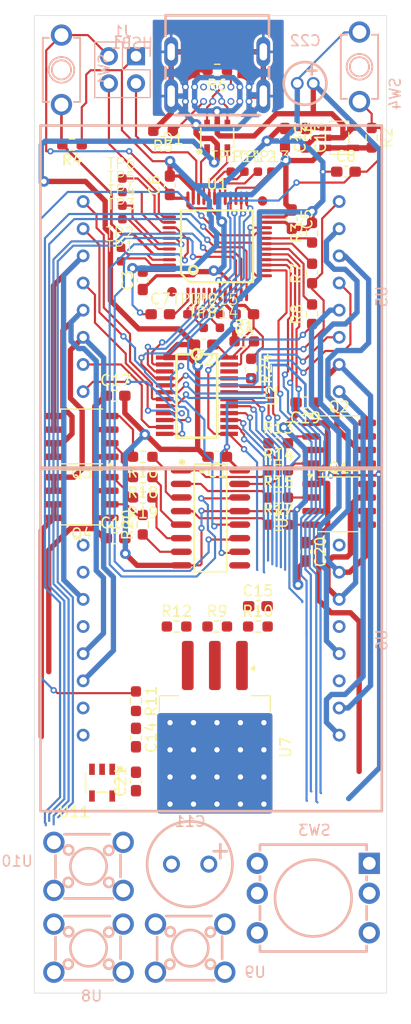
<source format=kicad_pcb>
(kicad_pcb (version 20240108) (generator "pcbnew") (generator_version "8.0")
  (layers (0 "F.Cu" signal) (31 "B.Cu" signal) (34 "B.Paste" user) (35 "F.Paste" user) (36 "B.SilkS" user "B.Silkscreen") (37 "F.SilkS" user "F.Silkscreen") (38 "B.Mask" user) (39 "F.Mask" user) (44 "Edge.Cuts" user))
  (net 0 "")
  (net 1 "+5V")
  (net 2 "GND")
  (net 3 "+3V3")
  (net 4 "Net-(U1-VBAT)")
  (net 5 "Net-(U1-NRST)")
  (net 6 "Net-(U1-OSC_IN{slash}PD0)")
  (net 7 "Net-(U1-OSC_OUT{slash}PD1)")
  (net 8 "/LED/LED-Pwr")
  (net 9 "Net-(U11-+IN)")
  (net 10 "Net-(U7-ADJ)")
  (net 11 "Net-(U1-PA12{slash}USB1DP)")
  (net 12 "Net-(USB1-DP1)")
  (net 13 "Net-(USB1-DN1)")
  (net 14 "Net-(U1-PA11{slash}USB1DM)")
  (net 15 "Net-(J1-Pin_3)")
  (net 16 "Net-(J1-Pin_4)")
  (net 17 "Net-(U5-COL8)")
  (net 18 "Net-(U5-COL7)")
  (net 19 "Net-(Q1A-G)")
  (net 20 "Net-(Q1B-G)")
  (net 21 "Net-(Q2A-G)")
  (net 22 "Net-(U5-COL6)")
  (net 23 "Net-(U5-COL5)")
  (net 24 "Net-(Q2B-G)")
  (net 25 "Net-(U5-COL3)")
  (net 26 "Net-(Q3A-G)")
  (net 27 "Net-(U5-COL4)")
  (net 28 "Net-(Q3B-G)")
  (net 29 "Net-(U5-COL1)")
  (net 30 "Net-(Q4A-G)")
  (net 31 "Net-(U5-COL2)")
  (net 32 "Net-(Q4B-G)")
  (net 33 "Net-(U2-R-EXT)")
  (net 34 "Net-(U1-PB2{slash}BOOT1)")
  (net 35 "Net-(U1-BOOT0)")
  (net 36 "Net-(USB1-CC1)")
  (net 37 "Net-(USB1-CC2)")
  (net 38 "Net-(U2-~{OUT0})")
  (net 39 "/LED/S1")
  (net 40 "/LED/S2")
  (net 41 "Net-(U2-~{OUT8})")
  (net 42 "/LED/PWM")
  (net 43 "Net-(U3-QA)")
  (net 44 "Net-(U3-QB)")
  (net 45 "Net-(U3-QC)")
  (net 46 "Net-(U3-QD)")
  (net 47 "Net-(U3-QE)")
  (net 48 "Net-(U3-QF)")
  (net 49 "Net-(U3-QG)")
  (net 50 "Net-(U3-QH)")
  (net 51 "Net-(U11--IN)")
  (net 52 "/Btns/B2")
  (net 53 "/Btns/B3")
  (net 54 "/Btns/B5")
  (net 55 "/Btns/B1")
  (net 56 "/Btns/B4")
  (net 57 "Net-(U1-PB9)")
  (net 58 "Net-(U1-PB8)")
  (net 59 "Net-(U1-PB7{slash}USB2DP)")
  (net 60 "Net-(U1-PB6{slash}USB2DM)")
  (net 61 "Net-(U1-PB4)")
  (net 62 "Net-(U1-PA15)")
  (net 63 "Net-(U1-PC13{slash}TAMPER_RTC)")
  (net 64 "Net-(U1-PC14{slash}OSC32IN)")
  (net 65 "Net-(U1-PC15{slash}OSC32OUT)")
  (net 66 "Net-(U1-PA10)")
  (net 67 "Net-(U1-PA9)")
  (net 68 "Net-(U1-PA8)")
  (net 69 "Net-(U1-PB14)")
  (net 70 "/LED/~{CS}")
  (net 71 "/LED/CLK-ROW")
  (net 72 "/LED/CLK-COL")
  (net 73 "/Btns/B7")
  (net 74 "/LED/DI-ROW")
  (net 75 "/Btns/B8")
  (net 76 "/LED/DI-COL")
  (net 77 "/LED/~{OE}")
  (net 78 "/Btns/B6")
  (net 79 "Net-(U2-~{OUT11})")
  (net 81 "Net-(U2-~{OUT3})")
  (net 82 "Net-(U2-~{OUT2})")
  (net 83 "Net-(U2-~{OUT7})")
  (net 84 "Net-(U2-~{OUT13})")
  (net 85 "Net-(U2-~{OUT12})")
  (net 86 "Net-(U2-~{OUT10})")
  (net 87 "Net-(U2-~{OUT1})")
  (net 88 "Net-(U2-~{OUT14})")
  (net 89 "Net-(U2-~{OUT15})")
  (net 90 "Net-(U2-~{OUT9})")
  (net 91 "Net-(U2-~{OUT4})")
  (net 92 "Net-(U2-~{OUT6})")
  (net 93 "Net-(U2-~{OUT5})")
  (footprint "Resistor_SMD:R_0603_1608Metric_Pad0.98x0.95mm_HandSolder" (layer "F.Cu") (at 109.22 85.09 180)
    (property "Reference" "R19")
    (property "Value" "100")
  )
  (footprint "Package_SO:SOP-8_3.9x4.9mm_P1.27mm" (layer "F.Cu") (at 127.635 80.01)
    (property "Reference" "Q2")
    (property "Value" "HL4953A")
  )
  (footprint "Resistor_SMD:R_0603_1608Metric_Pad0.98x0.95mm_HandSolder" (layer "F.Cu") (at 125.095 60.325 90)
    (property "Reference" "R3")
    (property "Value" "10K")
  )
  (footprint "Package_SO:SOP-8_3.9x4.9mm_P1.27mm" (layer "F.Cu") (at 127.635 85.725)
    (property "Reference" "Q1")
    (property "Value" "HL4953A")
  )
  (footprint "Capacitor_SMD:C_0603_1608Metric_Pad1.08x0.95mm_HandSolder" (layer "F.Cu") (at 128.27 54.61)
    (property "Reference" "C8")
    (property "Value" "1.0")
  )
  (footprint "LocalLib:TP1" (layer "F.Cu") (at 116.459 67.945)
    (property "Reference" "TP15")
    (property "Value" "TestPoint_Small")
  )
  (footprint "Resistor_SMD:R_0603_1608Metric_Pad0.98x0.95mm_HandSolder" (layer "F.Cu") (at 118.745 70.485)
    (property "Reference" "R1")
    (property "Value" "382")
  )
  (footprint "LocalLib:TP1" (layer "F.Cu") (at 117.475 54.61)
    (property "Reference" "TP10")
    (property "Value" "TestPoint_Small")
  )
  (footprint "Resistor_SMD:R_0603_1608Metric_Pad0.98x0.95mm_HandSolder" (layer "F.Cu") (at 121.92 85.09)
    (property "Reference" "R15")
    (property "Value" "100")
  )
  (footprint "easyeda2kicad:SOT-23-5_L3.0-W1.5-P0.95-LS2.8-BL" (layer "F.Cu") (at 105.41 111.76 180)
    (property "Reference" "U11")
    (property "Value" "MCP6001T-I/OT-TUDI")
  )
  (footprint "LocalLib:TP1" (layer "F.Cu") (at 107.315 56.515)
    (property "Reference" "TP5")
    (property "Value" "TestPoint_Small")
  )
  (footprint "LocalLib:TP1" (layer "F.Cu") (at 107.315 57.785)
    (property "Reference" "TP4")
    (property "Value" "TestPoint_Small")
  )
  (footprint "LocalLib:TP1" (layer "F.Cu") (at 107.188 61.722)
    (property "Reference" "TP2")
    (property "Value" "TestPoint_Small")
  )
  (footprint "Resistor_SMD:R_0603_1608Metric_Pad0.98x0.95mm_HandSolder" (layer "F.Cu") (at 121.92 82.55)
    (property "Reference" "R14")
    (property "Value" "100")
  )
  (footprint "Resistor_SMD:R_0603_1608Metric_Pad0.98x0.95mm_HandSolder" (layer "F.Cu") (at 112.395 97.155)
    (property "Reference" "R12")
    (property "Value" "5K1")
  )
  (footprint "easyeda2kicad:SOT-23-5_L3.0-W1.7-P0.95-LS2.8-BR" (layer "F.Cu") (at 127.635 51.435 180)
    (property "Reference" "U4")
    (property "Value" "TLV70433DBVR")
  )
  (footprint "Capacitor_SMD:C_0603_1608Metric_Pad1.08x0.95mm_HandSolder" (layer "F.Cu") (at 106.68 75.565)
    (property "Reference" "C17")
    (property "Value" "1.0")
  )
  (footprint "LocalLib:TP1" (layer "F.Cu") (at 120.015 54.61)
    (property "Reference" "TP12")
    (property "Value" "TestPoint_Small")
  )
  (footprint "Resistor_SMD:R_0603_1608Metric_Pad0.98x0.95mm_HandSolder" (layer "F.Cu") (at 102.5925 52.07 180)
    (property "Reference" "R4")
    (property "Value" "10K")
  )
  (footprint "LocalLib:TP1" (layer "F.Cu") (at 114.935 67.945)
    (property "Reference" "TP9")
    (property "Value" "TestPoint_Small")
  )
  (footprint "Capacitor_SMD:C_0603_1608Metric_Pad1.08x0.95mm_HandSolder" (layer "F.Cu") (at 108.585 107.5425 -90)
    (property "Reference" "C14")
    (property "Value" "1.0")
  )
  (footprint "LocalLib:TO-263-3_TabPin2" (layer "F.Cu") (at 115.98 108.45 -90)
    (property "Reference" "U7")
    (property "Value" "LM1085-ADJ")
  )
  (footprint "LocalLib:TP1" (layer "F.Cu") (at 118.745 54.61)
    (property "Reference" "TP11")
    (property "Value" "TestPoint_Small")
  )
  (footprint "Resistor_SMD:R_0603_1608Metric_Pad0.98x0.95mm_HandSolder" (layer "F.Cu") (at 121.92 80.01)
    (property "Reference" "R13")
    (property "Value" "100")
  )
  (footprint "Resistor_SMD:R_0603_1608Metric_Pad0.98x0.95mm_HandSolder" (layer "F.Cu") (at 109.22 87.63 90)
    (property "Reference" "R20")
    (property "Value" "100")
  )
  (footprint "LocalLib:TP1" (layer "F.Cu") (at 113.411 67.945)
    (property "Reference" "TP7")
    (property "Value" "TestPoint_Small")
  )
  (footprint "Capacitor_SMD:C_0603_1608Metric_Pad1.08x0.95mm_HandSolder" (layer "F.Cu") (at 122.555 51.435 -90)
    (property "Reference" "C12")
    (property "Value" "1.0")
  )
  (footprint "Capacitor_SMD:C_0603_1608Metric_Pad1.08x0.95mm_HandSolder" (layer "F.Cu") (at 124.46 90.17 -90)
    (property "Reference" "C20")
    (property "Value" "1.0")
  )
  (footprint "Capacitor_SMD:C_0603_1608Metric_Pad1.08x0.95mm_HandSolder" (layer "F.Cu") (at 124.46 51.435 -90)
    (property "Reference" "C13")
    (property "Value" "1.0")
  )
  (footprint "LocalLib:TP1" (layer "F.Cu") (at 121.285 54.61)
    (property "Reference" "TP13")
    (property "Value" "TestPoint_Small")
  )
  (footprint "Capacitor_SMD:C_0603_1608Metric_Pad1.08x0.95mm_HandSolder" (layer "F.Cu") (at 120.015 95.25)
    (property "Reference" "C15")
    (property "Value" "1.0")
  )
  (footprint "Resistor_SMD:R_0603_1608Metric_Pad0.98x0.95mm_HandSolder" (layer "F.Cu") (at 116.205 97.155)
    (property "Reference" "R9")
    (property "Value" "121")
  )
  (footprint "Package_SO:SOP-8_3.9x4.9mm_P1.27mm" (layer "F.Cu") (at 103.505 79.375 180)
    (property "Reference" "Q3")
    (property "Value" "HL4953A")
  )
  (footprint "Package_SO:SOP-8_3.9x4.9mm_P1.27mm" (layer "F.Cu") (at 103.505 85.09 180)
    (property "Reference" "Q4")
    (property "Value" "HL4953A")
  )
  (footprint "Resistor_SMD:R_0603_1608Metric_Pad0.98x0.95mm_HandSolder" (layer "F.Cu") (at 120.015 97.155)
    (property "Reference" "R10")
    (property "Value" "169")
  )
  (footprint "Capacitor_SMD:C_0603_1608Metric_Pad1.08x0.95mm_HandSolder" (layer "F.Cu") (at 124.46 76.2 180)
    (property "Reference" "C19")
    (property "Value" "1.0")
  )
  (footprint "Resistor_SMD:R_0603_1608Metric_Pad0.98x0.95mm_HandSolder" (layer "F.Cu") (at 109.22 83.185 180)
    (property "Reference" "R18")
    (property "Value" "100")
  )
  (footprint "Resistor_SMD:R_0603_1608Metric_Pad0.98x0.95mm_HandSolder" (layer "F.Cu") (at 111.125 50.8 180)
    (property "Reference" "R5")
    (property "Value" "5K1")
  )
  (footprint "Resistor_SMD:R_0603_1608Metric_Pad0.98x0.95mm_HandSolder" (layer "F.Cu") (at 116.205 45.085 180)
    (property "Reference" "R6")
    (property "Value" "5K1")
  )
  (footprint "Resistor_SMD:R_0603_1608Metric_Pad0.98x0.95mm_HandSolder" (layer "F.Cu") (at 121.92 87.63)
    (property "Reference" "R17")
    (property "Value" "100")
  )
  (footprint "Capacitor_SMD:C_0603_1608Metric_Pad1.08x0.95mm_HandSolder" (layer "F.Cu") (at 118.745 67.945 180)
    (property "Reference" "C4")
    (property "Value" "1.0")
  )
  (footprint "Capacitor_SMD:C_0603_1608Metric_Pad1.08x0.95mm_HandSolder" (layer "F.Cu") (at 110.871 67.945)
    (property "Reference" "C7")
    (property "Value" "1.0")
  )
  (footprint "Capacitor_SMD:C_0603_1608Metric_Pad1.08x0.95mm_HandSolder" (layer "F.Cu") (at 108.585 111.65 90)
    (property "Reference" "C21")
    (property "Value" "1.0")
  )
  (footprint "LocalLib:TP1" (layer "F.Cu") (at 116.459 69.215)
    (property "Reference" "TP14")
    (property "Value" "TestPoint_Small")
  )
  (footprint "Capacitor_SMD:C_0603_1608Metric_Pad1.08x0.95mm_HandSolder" (layer "F.Cu") (at 106.68 88.9)
    (property "Reference" "C18")
    (property "Value" "1.0")
  )
  (footprint "Resistor_SMD:R_0603_1608Metric_Pad0.98x0.95mm_HandSolder" (layer "F.Cu") (at 109.22 81.28 180)
    (property "Reference" "R16")
    (property "Value" "100")
  )
  (footprint "Resistor_SMD:R_0603_1608Metric_Pad0.98x0.95mm_HandSolder" (layer "F.Cu") (at 119.38 73.025 -90)
    (property "Reference" "R24")
    (property "Value" "10K")
  )
  (footprint "Capacitor_SMD:C_0603_1608Metric_Pad1.08x0.95mm_HandSolder" (layer "F.Cu") (at 123.19 59.055 -90)
    (property "Reference" "C5")
    (property "Value" "1.0")
  )
  (footprint "LocalLib:TP1" (layer "F.Cu") (at 107.315 55.245)
    (property "Reference" "TP6")
    (property "Value" "TestPoint_Small")
  )
  (footprint "WCH:LQFP48" (layer "F.Cu") (at 113.45501 66.094995)
    (property "Reference" "U1")
    (property "Value" "CH32V203C8T6")
  )
  (footprint "Resistor_SMD:R_0603_1608Metric_Pad0.98x0.95mm_HandSolder" (layer "F.Cu") (at 125.095 64.135 90)
    (property "Reference" "R7")
    (property "Value" "10K")
  )
  (footprint "easyeda2kicad:TSSOP-24_L7.8-W4.4-P0.65-LS6.4-BL" (layer "F.Cu") (at 114.3 75.565 -90)
    (property "Reference" "U2")
    (property "Value" "STP16CP05TTR")
  )
  (footprint "Capacitor_SMD:C_0603_1608Metric_Pad1.08x0.95mm_HandSolder" (layer "F.Cu") (at 109.22 64.77 90)
    (property "Reference" "C3")
    (property "Value" "1.0")
  )
  (footprint "LocalLib:TP1" (layer "F.Cu") (at 114.935 69.215)
    (property "Reference" "TP8")
    (property "Value" "TestPoint_Small")
  )
  (footprint "easyeda2kicad:SOIC-16_L9.9-W3.9-P1.27-LS6.0-BL" (layer "F.Cu") (at 115.57 86.995 -90)
    (property "Reference" "U3")
    (property "Value" "74HCT595D")
  )
  (footprint "Capacitor_SMD:C_0603_1608Metric_Pad1.08x0.95mm_HandSolder" (layer "F.Cu") (at 116.205 81.28 180)
    (property "Reference" "C1")
    (property "Value" "1.0")
  )
  (footprint "easyeda2kicad:SOT-23-6_L2.9-W1.6-P0.95-LS2.8-BL" (layer "F.Cu") (at 116.205 51.435)
    (property "Reference" "D1")
    (property "Value" "USBLC6-2SC6")
  )
  (footprint "Capacitor_SMD:C_0603_1608Metric_Pad1.08x0.95mm_HandSolder" (layer "F.Cu") (at 114.935 70.78 180)
    (property "Reference" "C2")
    (property "Value" "1.0")
  )
  (footprint "Resistor_SMD:R_0603_1608Metric_Pad0.98x0.95mm_HandSolder" (layer "F.Cu") (at 130.683 51.435 -90)
    (property "Reference" "R2")
    (property "Value" "10K")
  )
  (footprint "LocalLib:TP1" (layer "F.Cu") (at 107.188 62.992)
    (property "Reference" "TP1")
    (property "Value" "TestPoint_Small")
  )
  (footprint "Resistor_SMD:R_0603_1608Metric_Pad0.98x0.95mm_HandSolder" (layer "F.Cu") (at 108.585 104.14 -90)
    (property "Reference" "R11")
    (property "Value" "10K")
  )
  (footprint "Resistor_SMD:R_0603_1608Metric_Pad0.98x0.95mm_HandSolder" (layer "F.Cu") (at 125.095 67.945 90)
    (property "Reference" "R8")
    (property "Value" "10K")
  )
  (footprint "Capacitor_SMD:C_0603_1608Metric_Pad1.08x0.95mm_HandSolder" (layer "F.Cu") (at 111.76 55.88 90)
    (property "Reference" "C6")
    (property "Value" "1.0")
  )
  (footprint "LocalLib:TP1" (layer "F.Cu") (at 107.315 59.055)
    (property "Reference" "TP3")
    (property "Value" "TestPoint_Small")
  )
  (footprint "easyeda2kicad:CAP-TH_BD8.0-P3.50-D0.6-FD" (layer "B.Cu") (at 113.665 119.38 180)
    (property "Reference" "C11")
    (property "Value" "220uF 16V 8*5")
  )
  (footprint "easyeda2kicad:KEY-TH_2P-L6.0-W3.5-P6.50" (layer "B.Cu") (at 101.6 45.085 90)
    (property "Reference" "SW1")
    (property "Value" "Boot")
  )
  (footprint "easyeda2kicad:KEY-TH_4P-L6.0-W6.0-P4.50-LS6.50" (layer "B.Cu") (at 104.14 127.24 180)
    (property "Reference" "U8")
    (property "Value" "ZX-QC66-6.5CJ")
  )
  (footprint "easyeda2kicad:LED-SEG-TH_SZ421288N-64" (layer "B.Cu") (at 115.635 66.294 90)
    (property "Reference" "U5")
    (property "Value" "SZ421288N/64")
  )
  (footprint "easyeda2kicad:CAP-TH_BD4.0-P1.50-D0.8-FD" (layer "B.Cu") (at 124.46 46.355 180)
    (property "Reference" "C22")
    (property "Value" "10uF 25V 4*5")
  )
  (footprint "easyeda2kicad:KEY-TH_4P-L6.0-W6.0-P4.50-LS6.50" (layer "B.Cu") (at 113.665 127.24 180)
    (property "Reference" "U9")
    (property "Value" "ZX-QC66-6.5CJ")
  )
  (footprint "Connector_PinHeader_2.54mm:PinHeader_2x02_P2.54mm_Vertical" (layer "B.Cu") (at 108.59 43.81 180)
    (property "Reference" "J1")
    (property "Value" "SWD")
  )
  (footprint "easyeda2kicad:SW-TH_TSX101G100-250" (layer "B.Cu") (at 125.21 122.555 180)
    (property "Reference" "SW3")
    (property "Value" "TSX101G100-250")
  )
  (footprint "easyeda2kicad:KEY-TH_4P-L6.0-W6.0-P4.50-LS6.50" (layer "B.Cu") (at 104.14 119.59 180)
    (property "Reference" "U10")
    (property "Value" "ZX-QC66-6.5CJ")
  )
  (footprint "easyeda2kicad:KEY-TH_2P-L6.0-W3.5-P6.50" (layer "B.Cu") (at 129.54 44.8 -90)
    (property "Reference" "SW4")
    (property "Value" "Reset")
  )
  (footprint "easyeda2kicad:LED-SEG-TH_SZ421288N-64" (layer "B.Cu") (at 115.635 98.425 90)
    (property "Reference" "U6")
    (property "Value" "SZ421288N/64")
  )
  (footprint "easyeda2kicad:USB-C-TH_TYPEC-306DDW-ARP16" (layer "B.Cu") (at 116.205 45.72)
    (property "Reference" "USB1")
    (property "Value" "TYPEC-306DDW-ARP16")
  )
  (gr_line (start 132.08 40.005) (end 132.08 131.445) (stroke (width 0.05)) (layer "Edge.Cuts"))
  (gr_line (start 132.08 131.445) (end 99.06 131.445) (stroke (width 0.05)) (layer "Edge.Cuts"))
  (gr_line (start 99.06 40.005) (end 132.08 40.005) (stroke (width 0.05)) (layer "Edge.Cuts"))
  (gr_line (start 99.06 131.445) (end 99.06 40.005) (stroke (width 0.05)) (layer "Edge.Cuts"))
  (segment (start 125.25 49.19) (end 126.96 49.19) (width 0.5) (layer "F.Cu") (net 1))
  (segment (start 116.44 51.27) (end 119.67 51.27) (width 0.5) (layer "F.Cu") (net 1))
  (segment (start 126.335 51.435) (end 127.985 51.435) (width 0.5) (layer "F.Cu") (net 1))
  (segment (start 131.234 83.03) (end 131.334 82.93) (width 0.2) (layer "F.Cu") (net 1))
  (segment (start 125.3225 51.435) (end 126.335 51.435) (width 0.5) (layer "F.Cu") (net 1))
  (segment (start 116.205 49.008291) (end 116.181793 48.985084) (width 0.5) (layer "F.Cu") (net 1))
  (segment (start 116.62 90.27) (end 118.205 90.27) (width 0.2) (layer "F.Cu") (net 1))
  (segment (start 117.12 80.36) (end 117.0775 80.4025) (width 0.25) (layer "F.Cu") (net 1))
  (segment (start 117.0775 80.4025) (end 117.0775 81.27) (width 0.25) (layer "F.Cu") (net 1))
  (segment (start 116.205 51.035) (end 116.44 51.27) (width 0.5) (layer "F.Cu") (net 1))
  (segment (start 116.205 50.285) (end 116.205 51.035) (width 0.5) (layer "F.Cu") (net 1))
  (segment (start 123.73 49.19) (end 125.25 49.19) (width 0.5) (layer "F.Cu") (net 1))
  (segment (start 126.96 49.19) (end 127.985 50.215) (width 0.5) (layer "F.Cu") (net 1))
  (segment (start 130.6 83.03) (end 130.61 83.02) (width 0.25) (layer "F.Cu") (net 1))
  (segment (start 130.59 83.02) (end 130.6 83.03) (width 0.2) (layer "F.Cu") (net 1))
  (segment (start 117.0675 81.3025) (end 118.31 82.545) (width 0.25) (layer "F.Cu") (net 1))
  (segment (start 121.77 49.17) (end 121.79 49.19) (width 0.5) (layer "F.Cu") (net 1))
  (segment (start 116.205 50.285) (end 116.205 49.008291) (width 0.5) (layer "F.Cu") (net 1))
  (segment (start 127.985 51.435) (end 128.935 50.485) (width 0.5) (layer "F.Cu") (net 1))
  (segment (start 127.985 50.215) (end 127.985 51.435) (width 0.5) (layer "F.Cu") (net 1))
  (segment (start 125.21 49.15) (end 125.25 49.19) (width 0.5) (layer "F.Cu") (net 1))
  (segment (start 118.205 90.27) (end 118.31 90.165) (width 0.2) (layer "F.Cu") (net 1))
  (segment (start 124.46 52.2975) (end 125.3225 51.435) (width 0.5) (layer "F.Cu") (net 1))
  (segment (start 117.0775 81.27) (end 117.0675 81.28) (width 0.2) (layer "F.Cu") (net 1))
  (segment (start 117.0675 81.28) (end 117.0675 81.3025) (width 0.2) (layer "F.Cu") (net 1))
  (segment (start 131.224 83.02) (end 131.234 83.03) (width 0.25) (layer "F.Cu") (net 1))
  (segment (start 121.79 49.19) (end 123.73 49.19) (width 0.5) (layer "F.Cu") (net 1))
  (segment (start 125.21 46.355) (end 125.21 49.15) (width 0.5) (layer "F.Cu") (net 1))
  (segment (start 130.61 83.02) (end 131.224 83.02) (width 0.25) (layer "F.Cu") (net 1))
  (segment (start 126.845002 83.02) (end 130.59 83.02) (width 0.25) (layer "F.Cu") (net 1))
  (segment (start 119.67 51.27) (end 121.77 49.17) (width 0.5) (layer "F.Cu") (net 1))
  (via (at 131.334 82.93) (size 0.6) (drill 0.3) (layers "F.Cu" "B.Cu") (net 1))
  (via (at 126.845002 83.02) (size 0.6) (drill 0.3) (layers "F.Cu" "B.Cu") (net 1))
  (via (at 116.62 90.27) (size 0.6) (drill 0.3) (layers "F.Cu" "B.Cu") (net 1))
  (via (at 117.12 80.36) (size 0.6) (drill 0.3) (layers "F.Cu" "B.Cu") (net 1))
  (via (at 116.181793 48.985084) (size 1) (drill 0.5) (layers "F.Cu" "B.Cu") (net 1))
  (segment (start 114.085 48.499619) (end 114.505381 48.92) (width 0.5) (layer "B.Cu") (net 1))
  (segment (start 121.275 76.095) (end 121.165 76.205) (width 0.25) (layer "B.Cu") (net 1))
  (segment (start 114.085 46.69) (end 114.085 46.230381) (width 0.5) (layer "B.Cu") (net 1))
  (segment (start 114.505381 48.92) (end 117.71 48.92) (width 0.5) (layer "B.Cu") (net 1))
  (segment (start 114.085 46.230381) (end 114.505381 45.81) (width 0.5) (layer "B.Cu") (net 1))
  (segment (start 131.43 82.86) (end 131.43 110.35) (width 0.5) (layer "B.Cu") (net 1))
  (segment (start 116.55 90.2) (end 116.62 90.27) (width 0.2) (layer "B.Cu") (net 1))
  (segment (start 117.12 80.36) (end 116.55 80.93) (width 0.2) (layer "B.Cu") (net 1))
  (segment (start 117.701016 45.81) (end 118.325 46.433984) (width 0.5) (layer "B.Cu") (net 1))
  (segment (start 131.43 82.86) (end 131.404 82.86) (width 0.2) (layer "B.Cu") (net 1))
  (segment (start 114.085 48.04) (end 114.085 48.499619) (width 0.5) (layer "B.Cu") (net 1))
  (segment (start 118.325 46.69) (end 118.325 48.04) (width 0.5) (layer "B.Cu") (net 1))
  (segment (start 121.275 72.695) (end 121.275 76.095) (width 0.25) (layer "B.Cu") (net 1))
  (segment (start 131.43 82.86) (end 131.43 82.8) (width 0.2) (layer "B.Cu") (net 1))
  (segment (start 122.675 72.695) (end 121.275 72.695) (width 0.25) (layer "B.Cu") (net 1))
  (segment (start 118.325 46.433984) (end 118.325 46.69) (width 0.5) (layer "B.Cu") (net 1))
  (segment (start 121.165 76.205) (end 117.12 76.205) (width 0.25) (layer "B.Cu") (net 1))
  (segment (start 131.43 52.575) (end 131.43 71.44) (width 0.5) (layer "B.Cu") (net 1))
  (segment (start 117.71 48.92) (end 118.325 48.305) (width 0.5) (layer "B.Cu") (net 1))
  (segment (start 118.325 48.305) (end 118.325 48.04) (width 0.5) (layer "B.Cu") (net 1))
  (segment (start 116.55 80.93) (end 116.55 90.2) (width 0.2) (layer "B.Cu") (net 1))
  (segment (start 124.465 76.668072) (end 124.465 74.485) (width 0.25) (layer "B.Cu") (net 1))
  (segment (start 117.12 76.205) (end 117.12 80.36) (width 0.25) (layer "B.Cu") (net 1))
  (segment (start 124.465 74.485) (end 122.675 72.695) (width 0.25) (layer "B.Cu") (net 1))
  (segment (start 114.505381 45.81) (end 117.701016 45.81) (width 0.5) (layer "B.Cu") (net 1))
  (segment (start 126.730002 78.933074) (end 124.465 76.668072) (width 0.25) (layer "B.Cu") (net 1))
  (segment (start 114.085 46.69) (end 114.085 48.04) (width 0.5) (layer "B.Cu") (net 1))
  (segment (start 131.43 71.44) (end 131.43 82.86) (width 0.5) (layer "B.Cu") (net 1))
  (segment (start 125.21 46.355) (end 131.43 52.575) (width 0.5) (layer "B.Cu") (net 1))
  (segment (start 126.845002 83.02) (end 126.730002 82.905) (width 0.25) (layer "B.Cu") (net 1))
  (segment (start 131.404 82.86) (end 131.334 82.93) (width 0.2) (layer "B.Cu") (net 1))
  (segment (start 126.730002 82.905) (end 126.730002 78.933074) (width 0.25) (layer "B.Cu") (net 1))
  (segment (start 131.43 110.35) (end 128.53 113.25) (width 0.5) (layer "B.Cu") (net 1))
  (segment (start 103.505 52.07) (end 103.505 48.575) (width 0.2) (layer "F.Cu") (net 2))
  (segment (start 123.52059 86.365) (end 118.31 86.365) (width 0.2) (layer "F.Cu") (net 2))
  (segment (start 114.0725 70.78) (end 112.495 70.78) (width 0.5) (layer "F.Cu") (net 2))
  (segment (start 105.7 57.37) (end 105.7 59.892182) (width 0.5) (layer "F.Cu") (net 2))
  (segment (start 115.3425 81.28) (end 115.3425 81.1) (width 0.2) (layer "F.Cu") (net 2))
  (segment (start 109.648854 79.33) (end 110.898854 80.58) (width 0.5) (layer "F.Cu") (net 2))
  (segment (start 103.92 45.54) (end 104.34 45.12) (width 0.2) (layer "F.Cu") (net 2))
  (segment (start 111.78 53.63) (end 111.78 54.9975) (width 0.5) (layer "F.Cu") (net 2))
  (segment (start 107.59 90.34) (end 107.59 88.9475) (width 0.5) (layer "F.Cu") (net 2))
  (segment (start 106.19 66.66) (end 108.85 69.32) (width 0.5) (layer "F.Cu") (net 2))
  (segment (start 123.19 59.9175) (end 124.59 59.9175) (width 0.5) (layer "F.Cu") (net 2))
  (segment (start 113.605 71.995) (end 114.37 72.76) (width 0.5) (layer "F.Cu") (net 2))
  (segment (start 110.0085 67.945) (end 109.125 67.945) (width 0.2) (layer "F.Cu") (net 2))
  (segment (start 112.495 70.78) (end 111.28 71.995) (width 0.5) (layer "F.Cu") (net 2))
  (segment (start 126.335 50.485) (end 124.5475 50.485) (width 0.5) (layer "F.Cu") (net 2))
  (segment (start 119.375 47.54) (end 119.185 47.35) (width 0.5) (layer "F.Cu") (net 2))
  (segment (start 108.26 63.65) (end 108.9625 63.65) (width 0.5) (layer "F.Cu") (net 2))
  (segment (start 116.205 52.585) (end 116.205 53.525) (width 0.5) (layer "F.Cu") (net 2))
  (segment (start 112.6125 69.32) (end 114.0725 70.78) (width 0.5) (layer "F.Cu") (net 2))
  (segment (start 112.68 80.59) (end 114.43 80.59) (width 0.5) (layer "F.Cu") (net 2))
  (segment (start 113.225 46.69) (end 113.225 47.47) (width 0.5) (layer "F.Cu") (net 2))
  (segment (start 111.70501 63.844995) (end 109.282505 63.844995) (width 0.3) (layer "F.Cu") (net 2))
  (segment (start 116.205 52.02495) (end 115.68005 51.5) (width 0.5) (layer "F.Cu") (net 2))
  (segment (start 125.095 59.4125) (end 125.095 58.325) (width 0.5) (layer "F.Cu") (net 2))
  (segment (start 114.0725 72.4625) (end 114.37 72.76) (width 0.5) (layer "F.Cu") (net 2))
  (segment (start 103.92 48.16) (end 103.92 45.54) (width 0.2) (layer "F.Cu") (net 2))
  (segment (start 112.83 91.435) (end 108.685 91.435) (width 0.5) (layer "F.Cu") (net 2))
  (segment (start 105.7 59.892182) (end 106.19 60.382182) (width 0.5) (layer "F.Cu") (net 2))
  (segment (start 111.78 54.9975) (end 111.76 55.0175) (width 0.5) (layer "F.Cu") (net 2))
  (segment (start 113.225 46.69) (end 113.225 45.635) (width 0.5) (layer "F.Cu") (net 2))
  (segment (start 109.462659 79.149372) (end 109.42086 79.191171) (width 0.5) (layer "F.Cu") (net 2))
  (segment (start 114.73 91.31) (end 114.605 91.435) (width 0.2) (layer "F.Cu") (net 2))
  (segment (start 111.885 47.54) (end 113.155 47.54) (width 0.5) (layer "F.Cu") (net 2))
  (segment (start 117.8825 67.945) (end 117.8825 68.9025) (width 0.5) (layer "F.Cu") (net 2))
  (segment (start 114.765 86.365) (end 118.31 86.365) (width 0.2) (layer "F.Cu") (net 2))
  (segment (start 124.59 59.9175) (end 125.095 59.4125) (width 0.5) (layer "F.Cu") (net 2))
  (segment (start 109.648854 79.303536) (end 109.648854 79.33) (width 0.5) (layer "F.Cu") (net 2))
  (segment (start 117.8325 70.485) (end 117.8325 69.0075) (width 0.5) (layer "F.Cu") (net 2))
  (segment (start 110.898854 80.58) (end 112.67 80.58) (width 0.5) (layer "F.Cu") (net 2))
  (segment (start 120.525 43.4) (end 120.525 47.54) (width 0.5) (layer "F.Cu") (net 2))
  (segment (start 116.125 53.525) (end 115.92 53.73) (width 0.5) (layer "F.Cu") (net 2))
  (segment (start 108.9625 63.65) (end 109.22 63.9075) (width 0.5) (layer "F.Cu") (net 2))
  (segment (start 112.615418 55.0175) (end 111.76 55.0175) (width 0.3) (layer "F.Cu") (net 2))
  (segment (start 114.37 72.76) (end 114.37 80.53) (width 0.5) (layer "F.Cu") (net 2))
  (segment (start 123.78 93.245686) (end 123.78 91.7125) (width 0.5) (layer "F.Cu") (net 2))
  (segment (start 111.885 43.4) (end 120.525 43.4) (width 0.5) (layer "F.Cu") (net 2))
  (segment (start 106.19 60.382182) (end 106.19 66.66) (width 0.5) (layer "F.Cu") (net 2))
  (segment (start 107.5425 75.565) (end 107.5425 77.197182) (width 0.5) (layer "F.Cu") (net 2))
  (segment (start 109.462659 79.117341) (end 109.462659 79.149372) (width 0.5) (layer "F.Cu") (net 2))
  (segment (start 113.225 45.635) (end 113.775 45.085) (width 0.5) (layer "F.Cu") (net 2))
  (segment (start 117.8325 69.0075) (end 117.91 68.93) (width 0.5) (layer "F.Cu") (net 2))
  (segment (start 109.462659 79.117341) (end 109.648854 79.303536) (width 0.5) (layer "F.Cu") (net 2))
  (segment (start 122.617505 59.345005) (end 123.19 59.9175) (width 0.3) (layer "F.Cu") (net 2))
  (segment (start 107.5425 77.197182) (end 109.462659 79.117341) (width 0.5) (layer "F.Cu") (net 2))
  (segment (start 127.4075 54.61) (end 126.12 54.61) (width 0.2) (layer "F.Cu") (net 2))
  (segment (start 99.96 55.52) (end 103.85 55.52) (width 0.5) (layer "F.Cu") (net 2))
  (segment (start 104.34 45.12) (end 107.28 45.12) (width 0.2) (layer "F.Cu") (net 2))
  (segment (start 114.22 51.05) (end 114.22 50.19) (width 0.5) (layer "F.Cu") (net 2))
  (segment (start 114.67 51.5) (end 114.22 51.05) (width 0.5) (layer "F.Cu") (net 2))
  (segment (start 114.43 80.59) (end 115.12 81.28) (width 0.5) (layer "F.Cu") (net 2))
  (segment (start 123.78 91.7125) (end 124.46 91.0325) (width 0.5) (layer "F.Cu") (net 2))
  (segment (start 112.67 80.58) (end 112.68 80.59) (width 0.5) (layer "F.Cu") (net 2))
  (segment (start 103.505 48.575) (end 103.92 48.16) (width 0.2) (layer "F.Cu") (net 2))
  (segment (start 124.46 50.5725) (end 122.555 50.5725) (width 0.5) (layer "F.Cu") (net 2))
  (segment (start 117.8825 68.9025) (end 117.91 68.93) (width 0.5) (layer "F.Cu") (net 2))
  (segment (start 107.27 50.74) (end 107.27 45.13) (width 0.2) (layer "F.Cu") (net 2))
  (segment (start 113.95501 57.095005) (end 113.95501 56.357092) (width 0.3) (layer "F.Cu") (net 2))
  (segment (start 119.185 46.69) (end 119.185 47.35) (width 0.5) (layer "F.Cu") (net 2))
  (segment (start 113.775 45.085) (end 115.2925 45.085) (width 0.5) (layer "F.Cu") (net 2))
  (segment (start 109.282505 63.844995) (end 109.22 63.9075) (width 0.3) (layer "F.Cu") (net 2))
  (segment (start 123.5975 77.3925) (end 123.5975 76.2) (width 0.5) (layer "F.Cu") (net 2))
  (segment (start 110.2125 50.8) (end 111.885 49.1275) (width 0.5) (layer "F.Cu") (net 2))
  (segment (start 115.68005 51.5) (end 114.67 51.5) (width 0.5) (layer "F.Cu") (net 2))
  (segment (start 109.125 67.945) (end 108.97 67.79) (width 0.2) (layer "F.Cu") (net 2))
  (segment (start 107.27 45.13) (end 107.28 45.12) (width 0.2) (layer "F.Cu") (net 2))
  (segment (start 113.155 47.54) (end 113.225 47.47) (width 0.5) (layer "F.Cu") (net 2))
  (segment (start 115.12 81.28) (end 115.3425 81.28) (width 0.5) (layer "F.Cu") (net 2))
  (segment (start 107.28 45.12) (end 108.59 43.81) (width 0.2) (layer "F.Cu") (net 2))
  (segment (start 113.95501 56.357092) (end 112.615418 55.0175) (width 0.3) (layer "F.Cu") (net 2))
  (segment (start 108.685 91.435) (end 107.59 90.34) (width 0.5) (layer "F.Cu") (net 2))
  (segment (start 116.955 67.0175) (end 117.8825 67.945) (width 0.3) (layer "F.Cu") (net 2))
  (segment (start 114.37 80.53) (end 114.43 80.59) (width 0.5) (layer "F.Cu") (net 2))
  (segment (start 126.12 54.61) (end 126.11 54.62) (width 0.2) (layer "F.Cu") (net 2))
  (segment (start 113.225 47.47) (end 113.225 48.04) (width 0.5) (layer "F.Cu") (net 2))
  (segment (start 125.095 58.325) (end 125.1 58.32) (width 0.5) (layer "F.Cu") (net 2))
  (segment (start 111.28 71.995) (end 113.605 71.995) (width 0.5) (layer "F.Cu") (net 2))
  (segment (start 114.73 87.95) (end 114.73 91.31) (width 0.2) (layer "F.Cu") (net 2))
  (segment (start 116.205 53.525) (end 116.125 53.525) (width 0.5) (layer "F.Cu") (net 2))
  (segment (start 111.78 53.63) (end 110.16 53.63) (width 0.2) (layer "F.Cu") (net 2))
  (segment (start 116.955 66.094995) (end 116.955 67.0175) (width 0.3) (layer "F.Cu") (net 2))
  (segment (start 114.73 86.33) (end 114.765 86.365) (width 0.2) (layer "F.Cu") (net 2))
  (segment (start 107.59 88.9475) (end 107.5425 88.9) (width 0.5) (layer "F.Cu") (net 2))
  (segment (start 114.0725 70.78) (end 114.0725 72.4625) (width 0.5) (layer "F.Cu") (net 2))
  (segment (start 119.185 47.35) (end 119.185 48.04) (width 0.5) (layer "F.Cu") (net 2))
  (segment (start 116.205 52.585) (end 116.205 52.02495) (width 0.5) (layer "F.Cu") (net 2))
  (segment (start 123.685 86.20059) (end 123.52059 86.365) (width 0.2) (layer "F.Cu") (net 2))
  (segment (start 124.5475 50.485) (end 124.46 50.5725) (width 0.5) (layer "F.Cu") (net 2))
  (segment (start 120.705 59.345005) (end 122.617505 59.345005) (width 0.3) (layer "F.Cu") (net 2))
  (segment (start 114.605 91.435) (end 112.83 91.435) (width 0.2) (layer "F.Cu") (net 2))
  (segment (start 103.85 55.52) (end 105.7 57.37) (width 0.5) (layer "F.Cu") (net 2))
  (segment (start 107.5425 75.565) (end 107.5925 75.565) (width 0.2) (layer "F.Cu") (net 2))
  (segment (start 122.0275 50.5725) (end 122.555 50.5725) (width 0.5) (layer "F.Cu") (net 2))
  (segment (start 110.16 53.63) (end 107.27 50.74) (width 0.2) (layer "F.Cu") (net 2))
  (segment (start 122.45 78.54) (end 123.5975 77.3925) (width 0.5) (layer "F.Cu") (net 2))
  (segment (start 120.86 51.74) (end 122.0275 50.5725) (width 0.5) (layer "F.Cu") (net 2))
  (segment (start 108.85 69.32) (end 112.6125 69.32) (width 0.5) (layer "F.Cu") (net 2))
  (segment (start 111.885 49.1275) (end 111.885 47.54) (width 0.5) (layer "F.Cu") (net 2))
  (segment (start 111.885 47.54) (end 111.885 43.4) (width 0.5) (layer "F.Cu") (net 2))
  (segment (start 120.525 47.54) (end 119.375 47.54) (width 0.5) (layer "F.Cu") (net 2))
  (via (at 108.26 63.65) (size 1) (drill 0.5) (layers "F.Cu" "B.Cu") (net 2))
  (via (at 114.73 86.33) (size 0.6) (drill 0.3) (layers "F.Cu" "B.Cu") (net 2))
  (via (at 126.11 54.62) (size 0.6) (drill 0.3) (layers "F.Cu" "B.Cu") (net 2))
  (via (at 120.86 51.74) (size 1) (drill 0.5) (layers "F.Cu" "B.Cu") (net 2))
  (via (at 114.22 50.19) (size 1) (drill 0.5) (layers "F.Cu" "B.Cu") (net 2))
  (via (at 125.1 58.32) (size 1) (drill 0.5) (layers "F.Cu" "B.Cu") (net 2))
  (via (at 123.78 93.245686) (size 1) (drill 0.5) (layers "F.Cu" "B.Cu") (net 2))
  (via (at 122.45 78.54) (size 1) (drill 0.5) (layers "F.Cu" "B.Cu") (net 2))
  (via (at 108.97 67.79) (size 0.6) (drill 0.3) (layers "F.Cu" "B.Cu") (net 2))
  (via (at 109.42086 79.191171) (size 1) (drill 0.5) (layers "F.Cu" "B.Cu") (net 2))
  (via (at 115.92 53.73) (size 1) (drill 0.5) (layers "F.Cu" "B.Cu") (net 2))
  (via (at 99.96 55.52) (size 1) (drill 0.5) (layers "F.Cu" "B.Cu") (net 2))
  (via (at 111.78 53.63) (size 1) (drill 0.5) (layers "F.Cu" "B.Cu") (net 2))
  (via (at 114.37 72.76) (size 1) (drill 0.5) (layers "F.Cu" "B.Cu") (net 2))
  (via (at 114.73 87.95) (size 0.6) (drill 0.3) (layers "F.Cu" "B.Cu") (net 2))
  (via (at 107.59 90.34) (size 1) (drill 0.5) (layers "F.Cu" "B.Cu") (net 2))
  (via (at 123.685 86.20059) (size 0.6) (drill 0.3) (layers "F.Cu" "B.Cu") (net 2))
  (via (at 117.91 68.93) (size 1) (drill 0.5) (layers "F.Cu" "B.Cu") (net 2))
  (segment (start 123.69 50.37) (end 122.32 51.74) (width 0.5) (layer "B.Cu") (net 2))
  (segment (start 119.185 48.04) (end 119.185 49.145) (width 0.5) (layer "B.Cu") (net 2))
  (segment (start 113.225 49.195) (end 114.22 50.19) (width 0.5) (layer "B.Cu") (net 2))
  (segment (start 123.69 48.97) (end 123.71 48.95) (width 0.5) (layer "B.Cu") (net 2))
  (segment (start 114.61 50.58) (end 118.06 50.58) (width 0.5) (layer "B.Cu") (net 2))
  (segment (start 115.64 58.83) (end 115.64 59.843503) (width 0.5) (layer "B.Cu") (net 2))
  (segment (start 122.45 78.54) (end 124.47 80.56) (width 0.5) (layer "B.Cu") (net 2))
  (segment (start 125.1 58.32) (end 126.11 57.31) (width 0.5) (layer "B.Cu") (net 2))
  (segment (start 120.525 48.115) (end 120.525 47.54) (width 0.5) (layer "B.Cu") (net 2))
  (segment (start 114.37 72.76) (end 114.37 72.47) (width 0.5) (layer "B.Cu") (net 2))
  (segment (start 123.71 46) (end 123.71 46.355) (width 0.2) (layer "B.Cu") (net 2))
  (segment (start 115.47 58.66) (end 115.64 58.83) (width 0.5) (layer "B.Cu") (net 2))
  (segment (start 118.06 50.58) (end 119.34 49.3) (width 0.5) (layer "B.Cu") (net 2))
  (segment (start 113.225 48.04) (end 113.225 49.195) (width 0.5) (layer "B.Cu") (net 2))
  (segment (start 116.14 61.5) (end 113.99 63.65) (width 0.5) (layer "B.Cu") (net 2))
  (segment (start 124.6 52.38) (end 123.96 51.74) (width 0.5) (layer "B.Cu") (net 2))
  (segment (start 119.185 47.42) (end 119.185 48.04) (width 0.5) (layer "B.Cu") (net 2))
  (segment (start 111.78 53.63) (end 115.47 57.32) (width 0.5) (layer "B.Cu") (net 2))
  (segment (start 114.22 50.19) (end 114.61 50.58) (width 0.5) (layer "B.Cu") (net 2))
  (segment (start 123.78 93.245686) (end 123.52 92.985686) (width 0.5) (layer "B.Cu") (net 2))
  (segment (start 120.405 47.42) (end 120.525 47.54) (width 0.5) (layer "B.Cu") (net 2))
  (segment (start 126.11 54.62) (end 126.11 53.73) (width 0.5) (layer "B.Cu") (net 2))
  (segment (start 125.05 58.37) (end 125.1 58.32) (width 0.5) (layer "B.Cu") (net 2))
  (segment (start 117.91 66.85) (end 120.16 64.6) (width 0.5) (layer "B.Cu") (net 2))
  (segment (start 116.67 55.93) (end 120.86 51.74) (width 0.5) (layer "B.Cu") (net 2))
  (segment (start 113.225 46.69) (end 113.225 47.44) (width 0.5) (layer "B.Cu") (net 2))
  (segment (start 124.47 85.41559) (end 123.685 86.20059) (width 0.5) (layer "B.Cu") (net 2))
  (segment (start 123.71 48.95) (end 123.71 46.355) (width 0.5) (layer "B.Cu") (net 2))
  (segment (start 123.69 48.97) (end 123.69 50.37) (width 0.5) (layer "B.Cu") (net 2))
  (segment (start 111.885 47.855) (end 111.885 47.54) (width 0.5) (layer "B.Cu") (net 2))
  (segment (start 119.185 45.785) (end 119.22 45.75) (width 0.5) (layer "B.Cu") (net 2))
  (segment (start 126.11 57.31) (end 126.11 54.62) (width 0.5) (layer "B.Cu") (net 2))
  (segment (start 111.885 47.54) (end 113.125 47.54) (width 0.5) (layer "B.Cu") (net 2))
  (segment (start 114.08 55.93) (end 116.67 55.93) (width 0.5) (layer "B.Cu") (net 2))
  (segment (start 119.185 46.69) (end 119.185 45.785) (width 0.5) (layer "B.Cu") (net 2))
  (segment (start 99.96 55.52) (end 99.71 55.27) (width 0.5) (layer "B.Cu") (net 2))
  (segment (start 107.59 81.022031) (end 107.59 90.34) (width 0.5) (layer "B.Cu") (net 2))
  (segment (start 99.71 55.27) (end 99.71 52.11) (width 0.5) (layer "B.Cu") (net 2))
  (segment (start 113.99 63.65) (end 108.26 63.65) (width 0.5) (layer "B.Cu") (net 2))
  (segment (start 113.225 47.44) (end 113.225 48.04) (width 0.5) (layer "B.Cu") (net 2))
  (segment (start 124.76 52.38) (end 124.6 52.38) (width 0.5) (layer "B.Cu") (net 2))
  (segment (start 100.06 51.76) (end 113.95 51.76) (width 0.5) (layer "B.Cu") (net 2))
  (segment (start 122.32 51.74) (end 120.86 51.74) (width 0.5) (layer "B.Cu") (net 2))
  (segment (start 114.73 86.33) (end 114.73 87.95) (width 0.2) (layer "B.Cu") (net 2))
  (segment (start 113.225 46.69) (end 113.225 45.685) (width 0.5) (layer "B.Cu") (net 2))
  (segment (start 108.26 67.08) (end 108.97 67.79) (width 0.2) (layer "B.Cu") (net 2))
  (segment (start 123.96 51.74) (end 120.86 51.74) (width 0.5) (layer "B.Cu") (net 2))
  (segment (start 115.47 57.32) (end 115.47 58.66) (width 0.5) (layer "B.Cu") (net 2))
  (segment (start 117.91 68.93) (end 117.91 66.85) (width 0.5) (layer "B.Cu") (net 2))
  (segment (start 109.42086 79.191171) (end 107.59 81.022031) (width 0.5) (layer "B.Cu") (net 2))
  (segment (start 108.59 43.81) (end 108.53 43.81) (width 0.2) (layer "B.Cu") (net 2))
  (segment (start 113.125 47.54) (end 113.225 47.44) (width 0.5) (layer "B.Cu") (net 2))
  (segment (start 119.185 49.145) (end 119.34 49.3) (width 0.5) (layer "B.Cu") (net 2))
  (segment (start 119.185 47.42) (end 120.405 47.42) (width 0.5) (layer "B.Cu") (net 2))
  (segment (start 120.16 64.6) (end 120.16 58.37) (width 0.5) (layer "B.Cu") (net 2))
  (segment (start 116.14 60.343503) (end 116.14 61.5) (width 0.5) (layer "B.Cu") (net 2))
  (segment (start 99.71 52.11) (end 100.06 51.76) (width 0.5) (layer "B.Cu") (net 2))
  (segment (start 126.11 53.73) (end 124.76 52.38) (width 0.5) (layer "B.Cu") (net 2))
  (segment (start 108.26 63.65) (end 108.26 67.08) (width 0.2) (layer "B.Cu") (net 2))
  (segment (start 114.37 72.47) (end 117.91 68.93) (width 0.5) (layer "B.Cu") (net 2))
  (segment (start 115.64 59.843503) (end 116.14 60.343503) (width 0.5) (layer "B.Cu") (net 2))
  (segment (start 119.34 49.3) (end 120.525 48.115) (width 0.5) (layer "B.Cu") (net 2))
  (segment (start 113.225 45.685) (end 113.24 45.67) (width 0.5) (layer "B.Cu") (net 2))
  (segment (start 123.52 86.36559) (end 123.685 86.20059) (width 0.5) (layer "B.Cu") (net 2))
  (segment (start 113.95 51.76) (end 115.92 53.73) (width 0.5) (layer "B.Cu") (net 2))
  (segment (start 111.78 53.63) (end 114.08 55.93) (width 0.5) (layer "B.Cu") (net 2))
  (segment (start 119.185 46.69) (end 119.185 47.42) (width 0.5) (layer "B.Cu") (net 2))
  (segment (start 129.54 41.55) (end 129.51 41.58) (width 0.2) (layer "B.Cu") (net 2))
  (segment (start 120.16 58.37) (end 125.05 58.37) (width 0.5) (layer "B.Cu") (net 2))
  (segment (start 128.13 41.58) (end 123.71 46) (width 0.2) (layer "B.Cu") (net 2))
  (segment (start 124.47 80.56) (end 124.47 85.41559) (width 0.5) (layer "B.Cu") (net 2))
  (segment (start 113.225 49.195) (end 111.885 47.855) (width 0.5) (layer "B.Cu") (net 2))
  (segment (start 123.52 92.985686) (end 123.52 86.36559) (width 0.5) (layer "B.Cu") (net 2))
  (segment (start 129.51 41.58) (end 128.13 41.58) (width 0.2) (layer "B.Cu") (net 2))
  (segment (start 110.507505 64.344995) (end 109.22 65.6325) (width 0.3) (layer "F.Cu") (net 3))
  (segment (start 130.7725 52.385) (end 130.81 52.3475) (width 0.5) (layer "F.Cu") (net 3))
  (segment (start 122.537495 58.845005) (end 123.19 58.1925) (width 0.3) (layer "F.Cu") (net 3))
  (segment (start 115.882582 63.865482) (end 114.464518 63.865482) (width 0.3) (layer "F.Cu") (net 3))
  (segment (start 125.15 53.57) (end 126.335 52.385) (width 0.5) (layer "F.Cu") (net 3))
  (segment (start 101.6 41.835) (end 104.075 41.835) (width 0.2) (layer "F.Cu") (net 3))
  (segment (start 112.112505 57.095005) (end 111.76 56.7425) (width 0.3) (layer "F.Cu") (net 3))
  (segment (start 126.335 52.385) (end 128.935 52.385) (width 0.5) (layer "F.Cu") (net 3))
  (segment (start 119.6075 69.180778) (end 119.6075 67.945) (width 0.2) (layer "F.Cu") (net 3))
  (segment (start 113.45501 57.78297) (end 113.45501 57.095005) (width 0.3) (layer "F.Cu") (net 3))
  (segment (start 117.455 64.965001) (end 116.549999 64.06) (width 0.3) (layer "F.Cu") (net 3))
  (segment (start 116.630834 59.291219) (end 116.630834 59.080834) (width 0.3) (layer "F.Cu") (net 3))
  (segment (start 100.57 52.7) (end 100.17 52.7) (width 0.2) (layer "F.Cu") (net 3))
  (segment (start 122.64 53.56) (end 122.64 57.6425) (width 0.5) (layer "F.Cu") (net 3))
  (segment (start 115.630005 58.080005) (end 113.752045 58.080005) (width 0.3) (layer "F.Cu") (net 3))
  (segment (start 122.555 53.475) (end 122.65 53.57) (width 0.5) (layer "F.Cu") (net 3))
  (segment (start 117.576722 71.995) (end 118.65 70.921722) (width 0.2) (layer "F.Cu") (net 3))
  (segment (start 128.935 52.385) (end 130.7725 52.385) (width 0.5) (layer "F.Cu") (net 3))
  (segment (start 114.27 64.06) (end 113.985005 64.344995) (width 0.3) (layer "F.Cu") (net 3))
  (segment (start 117.455 66.094995) (end 117.455 66.810394) (width 0.3) (layer "F.Cu") (net 3))
  (segment (start 116.630834 59.080834) (end 115.630005 58.080005) (width 0.3) (layer "F.Cu") (net 3))
  (segment (start 117.32 71.995) (end 117.576722 71.995) (width 0.2) (layer "F.Cu") (net 3))
  (segment (start 119.38 72.1125) (end 120.48 71.0125) (width 0.2) (layer "F.Cu") (net 3))
  (segment (start 117.455 66.094995) (end 117.455 64.965001) (width 0.3) (layer "F.Cu") (net 3))
  (segment (start 118.65 70.921722) (end 118.65 70.2) (width 0.2) (layer "F.Cu") (net 3))
  (segment (start 116.549999 64.06) (end 114.27 64.06) (width 0.3) (layer "F.Cu") (net 3))
  (segment (start 117.764606 67.12) (end 118.7825 67.12) (width 0.3) (layer "F.Cu") (net 3))
  (segment (start 101.6 41.835) (end 100.17 43.265) (width 0.2) (layer "F.Cu") (net 3))
  (segment (start 114.464518 63.865482) (end 114.27 64.06) (width 0.3) (layer "F.Cu") (net 3))
  (segment (start 120.48 70.053278) (end 119.6075 69.180778) (width 0.2) (layer "F.Cu") (net 3))
  (segment (start 122.555 52.2975) (end 122.555 53.475) (width 0.5) (layer "F.Cu") (net 3))
  (segment (start 119.6075 69.2425) (end 119.6075 67.945) (width 0.2) (layer "F.Cu") (net 3))
  (segment (start 120.705 58.845005) (end 122.537495 58.845005) (width 0.3) (layer "F.Cu") (net 3))
  (segment (start 104.075 41.835) (end 106.05 43.81) (width 0.2) (layer "F.Cu") (net 3))
  (segment (start 122.65 53.57) (end 125.15 53.57) (width 0.5) (layer "F.Cu") (net 3))
  (segment (start 100.17 47.03) (end 100.17 52.7) (width 0.2) (layer "F.Cu") (net 3))
  (segment (start 113.45501 57.095005) (end 112.112505 57.095005) (width 0.3) (layer "F.Cu") (net 3))
  (segment (start 120.48 71.0125) (end 120.48 70.053278) (width 0.2) (layer "F.Cu") (net 3))
  (segment (start 122.64 52.3825) (end 122.555 52.2975) (width 0.5) (layer "F.Cu") (net 3))
  (segment (start 117.455 66.810394) (end 117.764606 67.12) (width 0.3) (layer "F.Cu") (net 3))
  (segment (start 118.7825 67.12) (end 119.6075 67.945) (width 0.3) (layer "F.Cu") (net 3))
  (segment (start 113.985005 64.344995) (end 111.70501 64.344995) (width 0.3) (layer "F.Cu") (net 3))
  (segment (start 111.76 56.51) (end 107.95 52.7) (width 0.2) (layer "F.Cu") (net 3))
  (segment (start 113.752045 58.080005) (end 113.45501 57.78297) (width 0.3) (layer "F.Cu") (net 3))
  (segment (start 111.70501 64.344995) (end 110.507505 64.344995) (width 0.3) (layer "F.Cu") (net 3))
  (segment (start 122.64 57.6425) (end 123.19 58.1925) (width 0.5) (layer "F.Cu") (net 3))
  (segment (start 100.17 43.265) (end 100.17 47.03) (width 0.2) (layer "F.Cu") (net 3))
  (segment (start 116.105 70.78) (end 117.32 71.995) (width 0.2) (layer "F.Cu") (net 3))
  (segment (start 111.76 56.7425) (end 111.76 56.51) (width 0.3) (layer "F.Cu") (net 3))
  (segment (start 118.65 70.2) (end 119.6075 69.2425) (width 0.2) (layer "F.Cu") (net 3))
  (via (at 100.57 52.7) (size 0.6) (drill 0.3) (layers "F.Cu" "B.Cu") (net 3))
  (via (at 107.95 52.7) (size 0.6) (drill 0.3) (layers "F.Cu" "B.Cu") (net 3))
  (via (at 115.882582 63.865482) (size 1) (drill 0.5) (layers "F.Cu" "B.Cu") (net 3))
  (via (at 122.64 53.56) (size 1) (drill 0.5) (layers "F.Cu" "B.Cu") (net 3))
  (via (at 116.630834 59.291219) (size 1) (drill 0.5) (layers "F.Cu" "B.Cu") (net 3))
  (segment (start 116.39 56.76) (end 119.44 56.76) (width 0.5) (layer "B.Cu") (net 3))
  (segment (start 115.882582 63.865482) (end 116.384518 63.865482) (width 0.5) (layer "B.Cu") (net 3))
  (segment (start 116.34 56.81) (end 116.39 56.76) (width 0.5) (layer "B.Cu") (net 3))
  (segment (start 116.84 63.41) (end 116.84 59.500385) (width 0.5) (layer "B.Cu") (net 3))
  (segment (start 116.630834 59.291219) (end 116.34 59.000385) (width 0.5) (layer "B.Cu") (net 3))
  (segment (start 107.95 52.7) (end 100.57 52.7) (width 0.2) (layer "B.Cu") (net 3))
  (segment (start 116.84 59.500385) (end 116.630834 59.291219) (width 0.5) (layer "B.Cu") (net 3))
  (segment (start 116.384518 63.865482) (end 116.84 63.41) (width 0.5) (layer "B.Cu") (net 3))
  (segment (start 116.34 59.000385) (end 116.34 56.81) (width 0.5) (layer "B.Cu") (net 3))
  (segment (start 119.44 56.76) (end 122.64 53.56) (width 0.5) (layer "B.Cu") (net 3))
  (segment (start 111.7335 67.945) (end 112.215 67.945) (width 0.2) (layer "F.Cu") (net 4))
  (segment (start 112.215 67.945) (end 113.45501 66.70499) (width 0.2) (layer "F.Cu") (net 4))
  (segment (start 113.45501 66.70499) (end 113.45501 66.094995) (width 0.2) (layer "F.Cu") (net 4))
  (segment (start 116.455 64.88424) (end 116.33038 64.75962) (width 0.2) (layer "F.Cu") (net 5))
  (segment (start 123.64 55.63) (end 128.1125 55.63) (width 0.2) (layer "F.Cu") (net 5))
  (segment (start 129.1325 54.61) (end 130.22 54.61) (width 0.2) (layer "F.Cu") (net 5))
  (segment (start 130.683 49.193) (end 130.683 50.5225) (width 0.2) (layer "F.Cu") (net 5))
  (segment (start 131.58 53.25) (end 131.58 50.57) (width 0.2) (layer "F.Cu") (net 5))
  (segment (start 130.22 54.61) (end 131.58 53.25) (width 0.2) (layer "F.Cu") (net 5))
  (segment (start 116.455 66.094995) (end 116.455 64.88424) (width 0.2) (layer "F.Cu") (net 5))
  (segment (start 131.5325 50.5225) (end 130.683 50.5225) (width 0.2) (layer "F.Cu") (net 5))
  (segment (start 129.54 48.05) (end 130.683 49.193) (width 0.2) (layer "F.Cu") (net 5))
  (segment (start 128.1125 55.63) (end 129.1325 54.61) (width 0.2) (layer "F.Cu") (net 5))
  (segment (start 131.58 50.57) (end 131.5325 50.5225) (width 0.2) (layer "F.Cu") (net 5))
  (via (at 116.33038 64.75962) (size 0.6) (drill 0.3) (layers "F.Cu" "B.Cu") (net 5))
  (via (at 123.64 55.63) (size 0.6) (drill 0.3) (layers "F.Cu" "B.Cu") (net 5))
  (segment (start 117.44 58.969436) (end 117.211784 58.74122) (width 0.2) (layer "B.Cu") (net 5))
  (segment (start 116.33038 64.75962) (end 117.44 63.65) (width 0.2) (layer "B.Cu") (net 5))
  (segment (start 121.96 57.31) (end 123.64 55.63) (width 0.2) (layer "B.Cu") (net 5))
  (segment (start 117.211784 57.588216) (end 117.49 57.31) (width 0.2) (layer "B.Cu") (net 5))
  (segment (start 117.44 63.65) (end 117.44 58.969436) (width 0.2) (layer "B.Cu") (net 5))
  (segment (start 117.49 57.31) (end 121.96 57.31) (width 0.2) (layer "B.Cu") (net 5))
  (segment (start 117.211784 58.74122) (end 117.211784 57.588216) (width 0.2) (layer "B.Cu") (net 5))
  (segment (start 115.69 67.587352) (end 115.69 68.446) (width 0.2) (layer "F.Cu") (net 6))
  (segment (start 115.45501 66.094995) (end 115.45501 67.352362) (width 0.2) (layer "F.Cu") (net 6))
  (segment (start 115.69 68.446) (end 116.459 69.215) (width 0.2) (layer "F.Cu") (net 6))
  (segment (start 115.45501 67.352362) (end 115.69 67.587352) (width 0.2) (layer "F.Cu") (net 6))
  (segment (start 116.459 67.329) (end 116.459 67.945) (width 0.2) (layer "F.Cu") (net 7))
  (segment (start 115.95501 66.094995) (end 115.95501 66.82501) (width 0.2) (layer "F.Cu") (net 7))
  (segment (start 115.95501 66.82501) (end 116.459 67.329) (width 0.2) (layer "F.Cu") (net 7))
  (segment (start 105.8175 75.565) (end 105.72 75.565) (width 0.3) (layer "F.Cu") (net 8))
  (segment (start 104.735 78.74) (end 104.73 78.745) (width 0.3) (layer "F.Cu") (net 8))
  (segment (start 126.51 83.82) (end 125.01 83.82) (width 0.3) (layer "F.Cu") (net 8))
  (segment (start 126.89 95.87) (end 128.7 95.87) (width 0.5) (layer "F.Cu") (net 8))
  (segment (start 124.46 89.3075) (end 124.868762 89.3075) (width 0.3) (layer "F.Cu") (net 8))
  (segment (start 104.765 81.28) (end 104.73 81.245) (width 0.3) (layer "F.Cu") (net 8))
  (segment (start 126.495 78.105) (end 126.54 78.06) (width 0.3) (layer "F.Cu") (net 8))
  (segment (start 125.3225 76.5125) (end 126.54 77.73) (width 0.3) (layer "F.Cu") (net 8))
  (segment (start 125.3225 76.2) (end 125.3225 76.5125) (width 0.3) (layer "F.Cu") (net 8))
  (segment (start 105.595 88.9) (end 105.8175 88.9) (width 0.3) (layer "F.Cu") (net 8))
  (segment (start 106.13 86.995) (end 104.78 86.995) (width 0.5) (layer "F.Cu") (net 8))
  (segment (start 126.56 87.91) (end 126.56 86.41) (width 0.5) (layer "F.Cu") (net 8))
  (segment (start 104.78 86.995) (end 104.73 87.045) (width 0.3) (layer "F.Cu") (net 8))
  (segment (start 125.73 88.74) (end 126.56 87.91) (width 0.5) (layer "F.Cu") (net 8))
  (segment (start 125.73 94.71) (end 126.89 95.87) (width 0.5) (layer "F.Cu") (net 8))
  (segment (start 126.535 80.645) (end 126.54 80.64) (width 0.3) (layer "F.Cu") (net 8))
  (segment (start 105.72 75.565) (end 104.73 76.555) (width 0.5) (layer "F.Cu") (net 8))
  (segment (start 106.13 84.455) (end 104.79 84.455) (width 0.5) (layer "F.Cu") (net 8))
  (segment (start 125.756 82.705262) (end 125.756 83.271607) (width 0.5) (layer "F.Cu") (net 8))
  (segment (start 125.73 88.74) (end 125.73 94.71) (width 0.5) (layer "F.Cu") (net 8))
  (segment (start 104.79 84.455) (end 104.73 84.395) (width 0.3) (layer "F.Cu") (net 8))
  (segment (start 104.73 84.395) (end 104.73 87.045) (width 0.5) (layer "F.Cu") (net 8))
  (segment (start 100.41 90.01) (end 100.41 101.38) (width 0.5) (layer "F.Cu") (net 8))
  (segment (start 104.74 87.055) (end 104.74 88.045) (width 0.5) (layer "F.Cu") (net 8))
  (segment (start 126.54 78.06) (end 126.54 80.64) (width 0.5) (layer "F.Cu") (net 8))
  (segment (start 126.54 81.921262) (end 125.756 82.705262) (width 0.5) (layer "F.Cu") (net 8))
  (segment (start 125.01 80.645) (end 126.535 80.645) (width 0.5) (layer "F.Cu") (net 8))
  (segment (start 126.54 80.64) (end 126.54 81.921262) (width 0.5) (layer "F.Cu") (net 8))
  (segment (start 126.254393 83.77) (end 126.56 83.77) (width 0.5) (layer "F.Cu") (net 8))
  (segment (start 105.595 88.9) (end 104.695 88) (width 0.5) (layer "F.Cu") (net 8))
  (segment (start 125.1625 89.3075) (end 125.73 88.74) (width 0.5) (layer "F.Cu") (net 8))
  (segment (start 128.7 95.87) (end 129.51 96.68) (width 0.5) (layer "F.Cu") (net 8))
  (segment (start 126.56 83.77) (end 126.51 83.82) (width 0.3) (layer "F.Cu") (net 8))
  (segment (start 126.54 77.73) (end 126.54 78.06) (width 0.3) (layer "F.Cu") (net 8))
  (segment (start 126.51 86.36) (end 126.56 86.41) (width 0.3) (layer "F.Cu") (net 8))
  (segment (start 104.74 88.045) (end 105.595 88.9) (width 0.5) (layer "F.Cu") (net 8))
  (segment (start 104.73 87.045) (end 104.74 87.055) (width 0.3) (layer "F.Cu") (net 8))
  (segment (start 104.73 81.245) (end 104.73 84.395) (width 0.5) (layer "F.Cu") (net 8))
  (segment (start 106.13 81.28) (end 104.765 81.28) (width 0.5) (layer "F.Cu") (net 8))
  (segment (start 104.73 76.555) (end 104.73 78.745) (width 0.5) (layer "F.Cu") (net 8))
  (segment (start 106.13 78.74) (end 104.735 78.74) (width 0.5) (layer "F.Cu") (net 8))
  (segment (start 126.56 86.41) (end 126.56 83.77) (width 0.5) (layer "F.Cu") (net 8))
  (segment (start 104.73 78.745) (end 104.73 81.245) (width 0.5) (layer "F.Cu") (net 8))
  (segment (start 124.868762 89.3075) (end 125.1625 89.3075) (width 0.5) (layer "F.Cu") (net 8))
  (segment (start 125.01 78.105) (end 126.495 78.105) (width 0.5) (layer "F.Cu") (net 8))
  (segment (start 129.51 96.68) (end 129.51 110.71) (width 0.5) (layer "F.Cu") (net 8))
  (segment (start 125.756 83.271607) (end 126.254393 83.77) (width 0.5) (layer "F.Cu") (net 8))
  (segment (start 125.01 86.36) (end 126.51 86.36) (width 0.5) (layer "F.Cu") (net 8))
  (segment (start 104.695 88) (end 102.42 88) (width 0.5) (layer "F.Cu") (net 8))
  (segment (start 102.42 88) (end 100.41 90.01) (width 0.5) (layer "F.Cu") (net 8))
  (segment (start 114.94 56.26) (end 114.95501 56.27501) (width 0.2) (layer "F.Cu") (net 11))
  (segment (start 115.255 53.135) (end 114.69 53.7) (width 0.2) (layer "F.Cu") (net 11))
  (segment (start 115.255 52.585) (end 115.255 53.135) (width 0.2) (layer "F.Cu") (net 11))
  (segment (start 114.69 55.89) (end 114.94 56.14) (width 0.2) (layer "F.Cu") (net 11))
  (segment (start 114.95501 56.27501) (end 114.95501 57.095005) (width 0.2) (layer "F.Cu") (net 11))
  (segment (start 114.69 53.7) (end 114.69 55.89) (width 0.2) (layer "F.Cu") (net 11))
  (segment (start 114.94 56.14) (end 114.94 56.26) (width 0.2) (layer "F.Cu") (net 11))
  (segment (start 116.625 46.733884) (end 116.625 46.69) (width 0.2) (layer "F.Cu") (net 12))
  (segment (start 115.255 48.593884) (end 115.785 48.063884) (width 0.2) (layer "F.Cu") (net 12))
  (segment (start 115.785 48.04) (end 115.785 47.573884) (width 0.2) (layer "F.Cu") (net 12))
  (segment (start 115.255 50.285) (end 115.255 48.593884) (width 0.2) (layer "F.Cu") (net 12))
  (segment (start 115.785 48.063884) (end 115.785 48.04) (width 0.2) (layer "F.Cu") (net 12))
  (segment (start 115.785 47.573884) (end 116.625 46.733884) (width 0.2) (layer "F.Cu") (net 12))
  (segment (start 116.625 48.063884) (end 116.625 48.04) (width 0.2) (layer "F.Cu") (net 13))
  (segment (start 117.155 50.285) (end 117.155 48.593884) (width 0.2) (layer "F.Cu") (net 13))
  (segment (start 117.155 48.593884) (end 116.625 48.063884) (width 0.2) (layer "F.Cu") (net 13))
  (segment (start 116.625 47.573884) (end 115.785 46.733884) (width 0.2) (layer "B.Cu") (net 13))
  (segment (start 116.625 48.04) (end 116.625 47.573884) (width 0.2) (layer "B.Cu") (net 13))
  (segment (start 115.785 46.733884) (end 115.785 46.69) (width 0.2) (layer "B.Cu") (net 13))
  (segment (start 116.36 54.571371) (end 115.45501 55.476361) (width 0.2) (layer "F.Cu") (net 14))
  (segment (start 117.155 53.755) (end 116.36 54.55) (width 0.2) (layer "F.Cu") (net 14))
  (segment (start 115.45501 55.476361) (end 115.45501 57.095005) (width 0.2) (layer "F.Cu") (net 14))
  (segment (start 117.155 52.585) (end 117.155 53.755) (width 0.2) (layer "F.Cu") (net 14))
  (segment (start 116.36 54.55) (end 116.36 54.571371) (width 0.2) (layer "F.Cu") (net 14))
  (segment (start 114.45501 57.095005) (end 114.45501 56.220696) (width 0.2) (layer "F.Cu") (net 15))
  (segment (start 114.24 53.58) (end 113.46 52.8) (width 0.2) (layer "F.Cu") (net 15))
  (segment (start 114.24 56.005686) (end 114.24 53.58) (width 0.2) (layer "F.Cu") (net 15))
  (segment (start 114.45501 56.220696) (end 114.24 56.005686) (width 0.2) (layer "F.Cu") (net 15))
  (segment (start 108.59 51.27) (end 108.59 46.35) (width 0.2) (layer "F.Cu") (net 15))
  (segment (start 110.12 52.8) (end 108.59 51.27) (width 0.2) (layer "F.Cu") (net 15))
  (segment (start 113.46 52.8) (end 110.12 52.8) (width 0.2) (layer "F.Cu") (net 15))
  (segment (start 111.144995 58.844995) (end 111.705 58.844995) (width 0.2) (layer "F.Cu") (net 16))
  (segment (start 106.07 52.01) (end 110.73 56.67) (width 0.2) (layer "F.Cu") (net 16))
  (segment (start 106.07 51.76) (end 106.07 52.01) (width 0.2) (layer "F.Cu") (net 16))
  (segment (start 110.73 56.67) (end 110.73 58.43) (width 0.2) (layer "F.Cu") (net 16))
  (segment (start 106.07 51.76) (end 106.05 51.74) (width 0.2) (layer "F.Cu") (net 16))
  (segment (start 110.73 58.43) (end 111.144995 58.844995) (width 0.2) (layer "F.Cu") (net 16))
  (segment (start 106.05 51.74) (end 106.05 46.35) (width 0.2) (layer "F.Cu") (net 16))
  (segment (start 130.26 77.809) (end 130.26 78.105) (width 0.3) (layer "F.Cu") (net 17))
  (segment (start 127.635 75.184) (end 130.26 77.809) (width 0.5) (layer "F.Cu") (net 17))
  (segment (start 130.26 79.375) (end 130.26 78.105) (width 0.5) (layer "F.Cu") (net 17))
  (segment (start 128.2 103.51) (end 126.92 103.51) (width 0.5) (layer "B.Cu") (net 17))
  (segment (start 129.88 101.83) (end 128.2 103.51) (width 0.5) (layer "B.Cu") (net 17))
  (segment (start 126.44 103.99) (end 126.44 106.12) (width 0.5) (layer "B.Cu") (net 17))
  (segment (start 129.88 77.429) (end 129.88 101.83) (width 0.5) (layer "B.Cu") (net 17))
  (segment (start 127.635 75.184) (end 129.88 77.429) (width 0.5) (layer "B.Cu") (net 17))
  (segment (start 126.44 106.12) (end 127.635 107.315) (width 0.5) (layer "B.Cu") (net 17))
  (segment (start 126.92 103.51) (end 126.44 103.99) (width 0.5) (layer "B.Cu") (net 17))
  (segment (start 127.42 76.453925) (end 126.58 75.613925) (width 0.5) (layer "F.Cu") (net 18))
  (segment (start 126.58 73.699) (end 127.635 72.644) (width 0.5) (layer "F.Cu") (net 18))
  (segment (start 129.435001 80.645) (end 127.42 78.629999) (width 0.5) (layer "F.Cu") (net 18))
  (segment (start 130.26 81.915) (end 130.26 80.645) (width 0.5) (layer "F.Cu") (net 18))
  (segment (start 127.42 78.629999) (end 127.42 76.453925) (width 0.5) (layer "F.Cu") (net 18))
  (segment (start 126.58 75.613925) (end 126.58 73.699) (width 0.5) (layer "F.Cu") (net 18))
  (segment (start 130.26 80.645) (end 129.435001 80.645) (width 0.5) (layer "F.Cu") (net 18))
  (segment (start 130.58 102.678528) (end 128.483528 104.775) (width 0.5) (layer "B.Cu") (net 18))
  (segment (start 130.58 75.589) (end 130.58 102.678528) (width 0.5) (layer "B.Cu") (net 18))
  (segment (start 127.635 72.644) (end 130.58 75.589) (width 0.5) (layer "B.Cu") (net 18))
  (segment (start 128.483528 104.775) (end 127.635 104.775) (width 0.5) (layer "B.Cu") (net 18))
  (segment (start 125.01 85.09) (end 122.8325 85.09) (width 0.2) (layer "F.Cu") (net 19))
  (segment (start 125.01 87.63) (end 122.8325 87.63) (width 0.2) (layer "F.Cu") (net 20))
  (segment (start 125.01 79.375) (end 123.4675 79.375) (width 0.2) (layer "F.Cu") (net 21))
  (segment (start 123.4675 79.375) (end 122.8325 80.01) (width 0.2) (layer "F.Cu") (net 21))
  (segment (start 130.26 85.09) (end 129.42 85.09) (width 0.5) (layer "F.Cu") (net 22))
  (segment (start 126.585 93.565) (end 127.635 94.615) (width 0.5) (layer "F.Cu") (net 22))
  (segment (start 130.26 85.09) (end 130.26 83.82) (width 0.5) (layer "F.Cu") (net 22))
  (segment (start 128.39 90.65) (end 127.03 90.65) (width 0.5) (layer "F.Cu") (net 22))
  (segment (start 128.685 85.825) (end 128.685 90.355) (width 0.5) (layer "F.Cu") (net 22))
  (segment (start 129.42 85.09) (end 128.685 85.825) (width 0.5) (layer "F.Cu") (net 22))
  (segment (start 126.585 91.095) (end 126.585 93.565) (width 0.5) (layer "F.Cu") (net 22))
  (segment (start 128.685 90.355) (end 128.39 90.65) (width 0.5) (layer "F.Cu") (net 22))
  (segment (start 127.931 62.78) (end 127.635 62.484) (width 0.5) (layer "F.Cu") (net 22))
  (segment (start 127.03 90.65) (end 126.585 91.095) (width 0.5) (layer "F.Cu") (net 22))
  (segment (start 126.585 72.209075) (end 127.454075 71.34) (width 0.5) (layer "B.Cu") (net 22))
  (segment (start 129.18 93.07) (end 129.18 78.213925) (width 0.5) (layer "B.Cu") (net 22))
  (segment (start 127.635 94.615) (end 129.18 93.07) (width 0.5) (layer "B.Cu") (net 22))
  (segment (start 129.68 71.34) (end 130.4 70.62) (width 0.5) (layer "B.Cu") (net 22))
  (segment (start 130.4 64.72) (end 128.164 62.484) (width 0.5) (layer "B.Cu") (net 22))
  (segment (start 126.585 75.618925) (end 126.585 72.209075) (width 0.5) (layer "B.Cu") (net 22))
  (segment (start 127.454075 71.34) (end 129.68 71.34) (width 0.5) (layer "B.Cu") (net 22))
  (segment (start 130.4 70.62) (end 130.4 64.72) (width 0.5) (layer "B.Cu") (net 22))
  (segment (start 128.164 62.484) (end 127.635 62.484) (width 0.5) (layer "B.Cu") (net 22))
  (segment (start 129.18 78.213925) (end 126.585 75.618925) (width 0.5) (layer "B.Cu") (net 22))
  (segment (start 100.88 77.47) (end 100.88 78.74) (width 0.5) (layer "F.Cu") (net 23))
  (segment (start 100.86 65.259) (end 103.635 62.484) (width 0.5) (layer "F.Cu") (net 23))
  (segment (start 100.88 77.47) (end 100.86 77.45) (width 0.5) (layer "F.Cu") (net 23))
  (segment (start 100.86 77.45) (end 100.86 65.259) (width 0.5) (layer "F.Cu") (net 23))
  (segment (start 101.82 92.8) (end 103.635 94.615) (width 0.5) (layer "B.Cu") (net 23))
  (segment (start 101.8 70.743874) (end 101.82 70.763874) (width 0.5) (layer "B.Cu") (net 23))
  (segment (start 103.635 62.484) (end 101.8 64.319) (width 0.5) (layer "B.Cu") (net 23))
  (segment (start 101.82 70.763874) (end 101.82 92.8) (width 0.5) (layer "B.Cu") (net 23))
  (segment (start 101.8 64.319) (end 101.8 70.743874) (width 0.5) (layer "B.Cu") (net 23))
  (segment (start 125.01 81.915) (end 123.4675 81.915) (width 0.2) (layer "F.Cu") (net 24))
  (segment (start 123.4675 81.915) (end 122.8325 82.55) (width 0.2) (layer "F.Cu") (net 24))
  (segment (start 102.59 79.124999) (end 102.59 77.502316) (width 0.5) (layer "F.Cu") (net 25))
  (segment (start 102.59 77.502316) (end 101.74 76.652316) (width 0.5) (layer "F.Cu") (net 25))
  (segment (start 101.74 76.652316) (end 101.74 69.459) (width 0.5) (layer "F.Cu") (net 25))
  (segment (start 101.704999 80.01) (end 102.59 79.124999) (width 0.5) (layer "F.Cu") (net 25))
  (segment (start 101.74 69.459) (end 103.635 67.564) (width 0.5) (layer "F.Cu") (net 25))
  (segment (start 100.88 80.01) (end 100.88 81.28) (width 0.5) (layer "F.Cu") (net 25))
  (segment (start 100.88 80.01) (end 101.704999 80.01) (width 0.5) (layer "F.Cu") (net 25))
  (segment (start 102.5 70.453925) (end 103.200075 71.154) (width 0.5) (layer "B.Cu") (net 25))
  (segment (start 104.86 91.91995) (end 105.54 92.59995) (width 0.5) (layer "B.Cu") (net 25))
  (segment (start 105.54 92.59995) (end 105.54 97.79) (width 0.5) (layer "B.Cu") (net 25))
  (segment (start 103.69505 71.154) (end 104.86 72.31895) (width 0.5) (layer "B.Cu") (net 25))
  (segment (start 103.200075 71.154) (end 103.69505 71.154) (width 0.5) (layer "B.Cu") (net 25))
  (segment (start 105.54 97.79) (end 103.635 99.695) (width 0.5) (layer "B.Cu") (net 25))
  (segment (start 102.5 68.699) (end 102.5 70.453925) (width 0.5) (layer "B.Cu") (net 25))
  (segment (start 104.86 72.31895) (end 104.86 91.91995) (width 0.5) (layer "B.Cu") (net 25))
  (segment (start 103.635 67.564) (end 102.5 68.699) (width 0.5) (layer "B.Cu") (net 25))
  (segment (start 108.3075 83.185) (end 108.3075 82.8075) (width 0.2) (layer "F.Cu") (net 26))
  (segment (start 107.255 80.939448) (end 106.325552 80.01) (width 0.2) (layer "F.Cu") (net 26))
  (segment (start 107.255 81.755) (end 107.255 80.939448) (width 0.2) (layer "F.Cu") (net 26))
  (segment (start 106.325552 80.01) (end 106.13 80.01) (width 0.2) (layer "F.Cu") (net 26))
  (segment (start 108.3075 82.8075) (end 107.255 81.755) (width 0.2) (layer "F.Cu") (net 26))
  (segment (start 130.26 87.63) (end 130.26 86.36) (width 0.5) (layer "F.Cu") (net 27))
  (segment (start 130.26 87.63) (end 130.26 90.43) (width 0.5) (layer "F.Cu") (net 27))
  (segment (start 130.26 90.43) (end 128.615 92.075) (width 0.5) (layer "F.Cu") (net 27))
  (segment (start 128.615 92.075) (end 127.635 92.075) (width 0.5) (layer "F.Cu") (net 27))
  (segment (start 126.44 63) (end 126.44 61.139) (width 0.5) (layer "B.Cu") (net 27))
  (segment (start 127.635 92.075) (end 126.52 90.96) (width 0.5) (layer "B.Cu") (net 27))
  (segment (start 128.48 78.87995) (end 125.885 76.28495) (width 0.5) (layer "B.Cu") (net 27))
  (segment (start 125.885 76.28495) (end 125.885 70.045) (width 0.5) (layer "B.Cu") (net 27))
  (segment (start 125.885 70.045) (end 127.07 68.86) (width 0.5) (layer "B.Cu") (net 27))
  (segment (start 128.48 86.27) (end 128.48 78.87995) (width 0.5) (layer "B.Cu") (net 27))
  (segment (start 127.07 68.86) (end 128.22 68.86) (width 0.5) (layer "B.Cu") (net 27))
  (segment (start 128.22 68.86) (end 129.31 67.77) (width 0.5) (layer "B.Cu") (net 27))
  (segment (start 126.52 90.96) (end 126.52 88.23) (width 0.5) (layer "B.Cu") (net 27))
  (segment (start 128.2 63.74) (end 127.18 63.74) (width 0.5) (layer "B.Cu") (net 27))
  (segment (start 127.18 63.74) (end 126.44 63) (width 0.5) (layer "B.Cu") (net 27))
  (segment (start 129.31 64.85) (end 128.2 63.74) (width 0.5) (layer "B.Cu") (net 27))
  (segment (start 126.44 61.139) (end 127.635 59.944) (width 0.5) (layer "B.Cu") (net 27))
  (segment (start 126.52 88.23) (end 128.48 86.27) (width 0.5) (layer "B.Cu") (net 27))
  (segment (start 129.31 67.77) (end 129.31 64.85) (width 0.5) (layer "B.Cu") (net 27))
  (segment (start 106.13 77.47) (end 107.0375 77.47) (width 0.2) (layer "F.Cu") (net 28))
  (segment (start 107.0375 77.47) (end 108.3075 78.74) (width 0.2) (layer "F.Cu") (net 28))
  (segment (start 108.3075 78.74) (end 108.3075 81.28) (width 0.2) (layer "F.Cu") (net 28))
  (segment (start 99.71 107.46) (end 99.71 88.165) (width 0.5) (layer "F.Cu") (net 29))
  (segment (start 99.71 88.165) (end 100.88 86.995) (width 0.5) (layer "F.Cu") (net 29))
  (segment (start 100.88 85.725) (end 100.88 86.995) (width 0.5) (layer "F.Cu") (net 29))
  (segment (start 125.04 76.4299) (end 125.04 69.310472) (width 0.5) (layer "B.Cu") (net 29))
  (segment (start 125.82 91.24995) (end 125.82 87.77) (width 0.5) (layer "B.Cu") (net 29))
  (segment (start 125.04 69.310472) (end 126.786472 67.564) (width 0.5) (layer "B.Cu") (net 29))
  (segment (start 126.44 98.5) (end 126.44 91.86995) (width 0.5) (layer "B.Cu") (net 29))
  (segment (start 126.44 91.86995) (end 125.82 91.24995) (width 0.5) (layer "B.Cu") (net 29))
  (segment (start 126.786472 67.564) (end 127.635 67.564) (width 0.5) (layer "B.Cu") (net 29))
  (segment (start 127.62 79.0099) (end 125.04 76.4299) (width 0.5) (layer "B.Cu") (net 29))
  (segment (start 127.635 99.695) (end 126.44 98.5) (width 0.5) (layer "B.Cu") (net 29))
  (segment (start 125.82 87.77) (end 127.62 85.97) (width 0.5) (layer "B.Cu") (net 29))
  (segment (start 127.62 85.97) (end 127.62 79.0099) (width 0.5) (layer "B.Cu") (net 29))
  (segment (start 108.680778 86.7175) (end 107.688278 85.725) (width 0.2) (layer "F.Cu") (net 30))
  (segment (start 109.22 86.7175) (end 108.680778 86.7175) (width 0.2) (layer "F.Cu") (net 30))
  (segment (start 107.688278 85.725) (end 106.13 85.725) (width 0.2) (layer "F.Cu") (net 30))
  (segment (start 103.54 82.41) (end 103.54 76.896472) (width 0.5) (layer "F.Cu") (net 31))
  (segment (start 100.88 83.185) (end 102.765 83.185) (width 0.5) (layer "F.Cu") (net 31))
  (segment (start 102.44 71.299) (end 103.635 70.104) (width 0.5) (layer "F.Cu") (net 31))
  (segment (start 102.44 75.796472) (end 102.44 71.299) (width 0.5) (layer "F.Cu") (net 31))
  (segment (start 100.88 83.185) (end 100.88 84.455) (width 0.5) (layer "F.Cu") (net 31))
  (segment (start 102.765 83.185) (end 103.54 82.41) (width 0.5) (layer "F.Cu") (net 31))
  (segment (start 103.54 76.896472) (end 102.44 75.796472) (width 0.5) (layer "F.Cu") (net 31))
  (segment (start 106.47 92.54) (end 106.47 99.4) (width 0.5) (layer "B.Cu") (net 31))
  (segment (start 105.56 91.63) (end 106.47 92.54) (width 0.5) (layer "B.Cu") (net 31))
  (segment (start 105.56 72.029) (end 105.56 91.63) (width 0.5) (layer "B.Cu") (net 31))
  (segment (start 106.47 99.4) (end 103.635 102.235) (width 0.5) (layer "B.Cu") (net 31))
  (segment (start 103.635 70.104) (end 105.56 72.029) (width 0.5) (layer "B.Cu") (net 31))
  (segment (start 106.4025 83.185) (end 106.13 83.185) (width 0.2) (layer "F.Cu") (net 32))
  (segment (start 108.3075 85.09) (end 106.4025 83.185) (width 0.2) (layer "F.Cu") (net 32))
  (segment (start 117.32 72.645) (end 118.345 72.645) (width 0.2) (layer "F.Cu") (net 33))
  (segment (start 118.445 72.545) (end 118.445 71.6975) (width 0.2) (layer "F.Cu") (net 33))
  (segment (start 118.445 71.6975) (end 119.6575 70.485) (width 0.2) (layer "F.Cu") (net 33))
  (segment (start 118.345 72.645) (end 118.445 72.545) (width 0.2) (layer "F.Cu") (net 33))
  (segment (start 124.702495 60.844995) (end 125.095 61.2375) (width 0.2) (layer "F.Cu") (net 34))
  (segment (start 120.705 60.844995) (end 124.702495 60.844995) (width 0.2) (layer "F.Cu") (net 34))
  (segment (start 101.6 48.335) (end 101.6 51.99) (width 0.25) (layer "F.Cu") (net 35))
  (segment (start 110.237038 62.344995) (end 108.362043 60.47) (width 0.25) (layer "F.Cu") (net 35))
  (segment (start 108.362043 60.47) (end 107.25 60.47) (width 0.25) (layer "F.Cu") (net 35))
  (segment (start 106.28 59.5) (end 106.28 56.67) (width 0.25) (layer "F.Cu") (net 35))
  (segment (start 107.25 60.47) (end 106.28 59.5) (width 0.25) (layer "F.Cu") (net 35))
  (segment (start 101.6 51.99) (end 101.68 52.07) (width 0.25) (layer "F.Cu") (net 35))
  (segment (start 111.70501 62.344995) (end 110.237038 62.344995) (width 0.25) (layer "F.Cu") (net 35))
  (segment (start 106.28 56.67) (end 101.68 52.07) (width 0.25) (layer "F.Cu") (net 35))
  (segment (start 114.925 48.083884) (end 114.925 48.04) (width 0.2) (layer "F.Cu") (net 36))
  (segment (start 112.208884 50.8) (end 114.925 48.083884) (width 0.2) (layer "F.Cu") (net 36))
  (segment (start 112.0375 50.8) (end 112.208884 50.8) (width 0.2) (layer "F.Cu") (net 36))
  (segment (start 117.1175 45.085) (end 117.485 45.4525) (width 0.2) (layer "F.Cu") (net 37))
  (segment (start 117.485 45.4525) (end 117.485 46.69) (width 0.2) (layer "F.Cu") (net 37))
  (segment (start 127.635 57.404) (end 126.04 58.999) (width 0.2) (layer "F.Cu") (net 38))
  (segment (start 113.253235 73.686765) (end 113.13511 73.686765) (width 0.2) (layer "F.Cu") (net 38))
  (segment (start 126.18 69.32) (end 124.29 71.21) (width 0.2) (layer "F.Cu") (net 38))
  (segment (start 125.095 65.0475) (end 125.095 65.575) (width 0.2) (layer "F.Cu") (net 38))
  (segment (start 112.226875 74.595) (end 111.28 74.595) (width 0.2) (layer "F.Cu") (net 38))
  (segment (start 126.04 64.1025) (end 125.095 65.0475) (width 0.2) (layer "F.Cu") (net 38))
  (segment (start 126.18 66.66) (end 126.18 69.32) (width 0.2) (layer "F.Cu") (net 38))
  (segment (start 113.13511 73.686765) (end 112.226875 74.595) (width 0.2) (layer "F.Cu") (net 38))
  (segment (start 125.095 65.575) (end 126.18 66.66) (width 0.2) (layer "F.Cu") (net 38))
  (segment (start 126.04 58.999) (end 126.04 64.1025) (width 0.2) (layer "F.Cu") (net 38))
  (via (at 124.29 71.21) (size 0.6) (drill 0.3) (layers "F.Cu" "B.Cu") (net 38))
  (via (at 113.253235 73.686765) (size 0.6) (drill 0.3) (layers "F.Cu" "B.Cu") (net 38))
  (segment (start 120.19 71.21) (end 119.98 71.42) (width 0.2) (layer "B.Cu") (net 38))
  (segment (start 114.39 74.59) (end 113.486765 73.686765) (width 0.2) (layer "B.Cu") (net 38))
  (segment (start 119.98 74.186029) (end 119.576029 74.59) (width 0.2) (layer "B.Cu") (net 38))
  (segment (start 119.98 71.42) (end 119.98 74.186029) (width 0.2) (layer "B.Cu") (net 38))
  (segment (start 119.576029 74.59) (end 114.39 74.59) (width 0.2) (layer "B.Cu") (net 38))
  (segment (start 113.486765 73.686765) (end 113.253235 73.686765) (width 0.2) (layer "B.Cu") (net 38))
  (segment (start 124.29 71.21) (end 120.19 71.21) (width 0.2) (layer "B.Cu") (net 38))
  (segment (start 122.224995 61.344995) (end 122.22999 61.34) (width 0.2) (layer "F.Cu") (net 39))
  (segment (start 123.2125 61.34) (end 125.095 63.2225) (width 0.2) (layer "F.Cu") (net 39))
  (segment (start 122.22999 61.34) (end 123.2125 61.34) (width 0.2) (layer "F.Cu") (net 39))
  (segment (start 120.705 61.344995) (end 122.224995 61.344995) (width 0.2) (layer "F.Cu") (net 39))
  (segment (start 124.3 66.2375) (end 125.095 67.0325) (width 0.2) (layer "F.Cu") (net 40))
  (segment (start 122.914995 61.844995) (end 124.3 63.23) (width 0.2) (layer "F.Cu") (net 40))
  (segment (start 120.705 61.844995) (end 122.914995 61.844995) (width 0.2) (layer "F.Cu") (net 40))
  (segment (start 124.3 63.23) (end 124.3 66.2375) (width 0.2) (layer "F.Cu") (net 40))
  (segment (start 115.37 73.17) (end 115.37 78.58) (width 0.2) (layer "F.Cu") (net 41))
  (segment (start 117.32 79.17) (end 118.72 80.57) (width 0.2) (layer "F.Cu") (net 41))
  (segment (start 115.925 79.135) (end 117.32 79.135) (width 0.2) (layer "F.Cu") (net 41))
  (segment (start 117.32 79.135) (end 117.32 79.17) (width 0.2) (layer "F.Cu") (net 41))
  (segment (start 115.37 78.58) (end 115.925 79.135) (width 0.2) (layer "F.Cu") (net 41))
  (segment (start 125.095 68.8575) (end 125.095 69.015) (width 0.2) (layer "F.Cu") (net 41))
  (segment (start 125.095 69.015) (end 124.24 69.87) (width 0.2) (layer "F.Cu") (net 41))
  (via (at 124.24 69.87) (size 0.6) (drill 0.3) (layers "F.Cu" "B.Cu") (net 41))
  (via (at 118.72 80.57) (size 0.6) (drill 0.3) (layers "F.Cu" "B.Cu") (net 41))
  (via (at 115.37 73.17) (size 0.6) (drill 0.3) (layers "F.Cu" "B.Cu") (net 41))
  (segment (start 119.94 81.79) (end 119.94 82.15) (width 0.2) (layer "B.Cu") (net 41))
  (segment (start 118.23 70.31) (end 115.37 73.17) (width 0.2) (layer "B.Cu") (net 41))
  (segment (start 119.94 91.84) (end 119.97 91.87) (width 0.2) (layer "B.Cu") (net 41))
  (segment (start 119.86 70.31) (end 118.23 70.31) (width 0.2) (layer "B.Cu") (net 41))
  (segment (start 124.24 69.87) (end 123.8 70.31) (width 0.2) (layer "B.Cu") (net 41))
  (segment (start 123.8 70.31) (end 119.86 70.31) (width 0.2) (layer "B.Cu") (net 41))
  (segment (start 118.72 80.57) (end 119.94 81.79) (width 0.2) (layer "B.Cu") (net 41))
  (segment (start 119.94 82.15) (end 119.94 91.84) (width 0.2) (layer "B.Cu") (net 41))
  (segment (start 116.549995 60.56) (end 119.655005 60.56) (width 0.2) (layer "F.Cu") (net 42))
  (segment (start 100.87 103.12) (end 100.96 103.12) (width 0.2) (layer "F.Cu") (net 42))
  (segment (start 100.96 103.12) (end 101.23 103.39) (width 0.2) (layer "F.Cu") (net 42))
  (segment (start 114.72 58.730005) (end 116.549995 60.56) (width 0.2) (layer "F.Cu") (net 42))
  (segment (start 119.87 60.345005) (end 120.705 60.345005) (width 0.2) (layer "F.Cu") (net 42))
  (segment (start 101.23 103.39) (end 108.4225 103.39) (width 0.2) (layer "F.Cu") (net 42))
  (segment (start 119.655005 60.56) (end 119.87 60.345005) (width 0.2) (layer "F.Cu") (net 42))
  (segment (start 100.87 103.12) (end 100.79 103.04) (width 0.2) (layer "F.Cu") (net 42))
  (segment (start 108.4225 103.39) (end 108.585 103.2275) (width 0.2) (layer "F.Cu") (net 42))
  (via (at 100.87 103.12) (size 0.6) (drill 0.3) (layers "F.Cu" "B.Cu") (net 42))
  (via (at 114.72 58.730005) (size 0.6) (drill 0.3) (layers "F.Cu" "B.Cu") (net 42))
  (segment (start 112.493995 56.504) (end 114.72 58.730005) (width 0.2) (layer "B.Cu") (net 42))
  (segment (start 99.65 59.04) (end 102.186 56.504) (width 0.2) (layer "B.Cu") (net 42))
  (segment (start 102.186 56.504) (end 112.493995 56.504) (width 0.2) (layer "B.Cu") (net 42))
  (segment (start 100.87 103.12) (end 99.65 101.9) (width 0.2) (layer "B.Cu") (net 42))
  (segment (start 99.65 101.9) (end 99.65 59.04) (width 0.2) (layer "B.Cu") (net 42))
  (segment (start 121.0075 80.7875) (end 121.92 81.7) (width 0.2) (layer "F.Cu") (net 43))
  (segment (start 121.0075 80.01) (end 121.0075 80.7875) (width 0.2) (layer "F.Cu") (net 43))
  (segment (start 121.315 83.815) (end 118.31 83.815) (width 0.2) (layer "F.Cu") (net 43))
  (segment (start 121.92 83.21) (end 121.315 83.815) (width 0.2) (layer "F.Cu") (net 43))
  (segment (start 121.92 81.7) (end 121.92 83.21) (width 0.2) (layer "F.Cu") (net 43))
  (segment (start 119.115 83.825) (end 118.31 83.825) (width 0.2) (layer "F.Cu") (net 43))
  (segment (start 114.495 82.545) (end 112.83 82.545) (width 0.2) (layer "F.Cu") (net 44))
  (segment (start 120.3875 83.17) (end 115.13 83.17) (width 0.2) (layer "F.Cu") (net 44))
  (segment (start 121.0075 82.55) (end 120.3875 83.17) (width 0.2) (layer "F.Cu") (net 44))
  (segment (start 115.13 83.17) (end 114.5 82.54) (width 0.2) (layer "F.Cu") (net 44))
  (segment (start 114.5 82.54) (end 114.495 82.545) (width 0.2) (layer "F.Cu") (net 44))
  (segment (start 114.665 83.815) (end 112.83 83.815) (width 0.2) (layer "F.Cu") (net 45))
  (segment (start 115.335 84.485) (end 114.665 83.815) (width 0.2) (layer "F.Cu") (net 45))
  (segment (start 121.0075 85.09) (end 120.4025 84.485) (width 0.2) (layer "F.Cu") (net 45))
  (segment (start 120.4025 84.485) (end 115.335 84.485) (width 0.2) (layer "F.Cu") (net 45))
  (segment (start 111.38 84.55) (end 111.915 85.085) (width 0.2) (layer "F.Cu") (net 46))
  (segment (start 111.915 85.085) (end 112.83 85.085) (width 0.2) (layer "F.Cu") (net 46))
  (segment (start 110.1325 81.28) (end 111.38 82.5275) (width 0.2) (layer "F.Cu") (net 46))
  (segment (start 111.38 82.5275) (end 111.38 84.55) (width 0.2) (layer "F.Cu") (net 46))
  (segment (start 113.885 86.365) (end 112.83 86.365) (width 0.2) (layer "F.Cu") (net 47))
  (segment (start 120.4025 87.025) (end 114.545 87.025) (width 0.2) (layer "F.Cu") (net 47))
  (segment (start 114.545 87.025) (end 113.885 86.365) (width 0.2) (layer "F.Cu") (net 47))
  (segment (start 112.245 86.365) (end 112.83 86.365) (width 0.2) (layer "F.Cu") (net 47))
  (segment (start 121.0075 87.63) (end 120.4025 87.025) (width 0.2) (layer "F.Cu") (net 47))
  (segment (start 110.92 83.9725) (end 110.92 86.3) (width 0.2) (layer "F.Cu") (net 48))
  (segment (start 110.92 86.3) (end 112.245 87.625) (width 0.2) (layer "F.Cu") (net 48))
  (segment (start 112.245 87.625) (end 112.83 87.625) (width 0.2) (layer "F.Cu") (net 48))
  (segment (start 110.1325 83.185) (end 110.92 83.9725) (width 0.2) (layer "F.Cu") (net 48))
  (segment (start 110.51 87.9) (end 111.505 88.895) (width 0.2) (layer "F.Cu") (net 49))
  (segment (start 111.505 88.895) (end 112.83 88.895) (width 0.2) (layer "F.Cu") (net 49))
  (segment (start 110.51 85.4675) (end 110.51 87.9) (width 0.2) (layer "F.Cu") (net 49))
  (segment (start 110.1325 85.09) (end 110.51 85.4675) (width 0.2) (layer "F.Cu") (net 49))
  (segment (start 109.22 88.5425) (end 110.8425 90.165) (width 0.2) (layer "F.Cu") (net 50))
  (segment (start 110.8425 90.165) (end 112.83 90.165) (width 0.2) (layer "F.Cu") (net 50))
  (segment (start 117.738408 62.101592) (end 117.76 62.08) (width 0.2) (layer "F.Cu") (net 52))
  (segment (start 115.261592 62.101592) (end 117.738408 62.101592) (width 0.2) (layer "F.Cu") (net 52))
  (segment (start 117.76 62.08) (end 118.455 62.775) (width 0.2) (layer "F.Cu") (net 52))
  (segment (start 118.455 62.775) (end 118.455 66.094995) (width 0.2) (layer "F.Cu") (net 52))
  (segment (start 114.869669 61.709669) (end 115.261592 62.101592) (width 0.2) (layer "F.Cu") (net 52))
  (via (at 114.869669 61.709669) (size 0.6) (drill 0.3) (layers "F.Cu" "B.Cu") (net 52))
  (segment (start 114.676468 61.516468) (end 114.676468 61.203526) (width 0.2) (layer "B.Cu") (net 52))
  (segment (start 100.87 114.854314) (end 100.87 115.67) (width 0.2) (layer "B.Cu") (net 52))
  (segment (start 100.85 93.173504) (end 102.27 94.593504) (width 0.2) (layer "B.Cu") (net 52))
  (segment (start 114.676468 61.203526) (end 113.879413 60.406471) (width 0.2) (layer "B.Cu") (net 52))
  (segment (start 108.176471 60.406471) (end 107.457844 60.406471) (width 0.2) (layer "B.Cu") (net 52))
  (segment (start 114.869669 61.709669) (end 114.676468 61.516468) (width 0.2) (layer "B.Cu") (net 52))
  (segment (start 100.85 62.824314) (end 100.85 93.173504) (width 0.2) (layer "B.Cu") (net 52))
  (segment (start 107.457844 60.406471) (end 106.734315 61.13) (width 0.2) (layer "B.Cu") (net 52))
  (segment (start 112.422838 60.406471) (end 112.409309 60.42) (width 0.2) (layer "B.Cu") (net 52))
  (segment (start 102.544314 61.13) (end 100.85 62.824314) (width 0.2) (layer "B.Cu") (net 52))
  (segment (start 113.879413 60.406471) (end 112.422838 60.406471) (width 0.2) (layer "B.Cu") (net 52))
  (segment (start 102.27 94.593504) (end 102.27 113.454314) (width 0.2) (layer "B.Cu") (net 52))
  (segment (start 102.27 113.454314) (end 100.87 114.854314) (width 0.2) (layer "B.Cu") (net 52))
  (segment (start 106.734315 61.13) (end 102.544314 61.13) (width 0.2) (layer "B.Cu") (net 52))
  (segment (start 108.19 60.42) (end 108.176471 60.406471) (width 0.2) (layer "B.Cu") (net 52))
  (segment (start 112.409309 60.42) (end 108.19 60.42) (width 0.2) (layer "B.Cu") (net 52))
  (segment (start 115.276468 60.983532) (end 115.972936 61.68) (width 0.2) (layer "F.Cu") (net 53))
  (segment (start 115.972936 61.68) (end 118.56 61.68) (width 0.2) (layer "F.Cu") (net 53))
  (segment (start 118.56 61.68) (end 118.955 62.075) (width 0.2) (layer "F.Cu") (net 53))
  (segment (start 118.955 62.075) (end 118.955 66.094995) (width 0.2) (layer "F.Cu") (net 53))
  (via (at 115.276468 60.983532) (size 0.6) (drill 0.3) (layers "F.Cu" "B.Cu") (net 53))
  (segment (start 101.87 94.75919) (end 101.87 113.288628) (width 0.2) (layer "B.Cu") (net 53))
  (segment (start 100.45 114.708628) (end 100.45 115.34) (width 0.2) (layer "B.Cu") (net 53))
  (segment (start 100.45 61.39) (end 100.45 93.33919) (width 0.2) (layer "B.Cu") (net 53))
  (segment (start 102.796 59.044) (end 100.45 61.39) (width 0.2) (layer "B.Cu") (net 53))
  (segment (start 115.276468 60.983532) (end 114.018567 59.725632) (width 0.2) (layer "B.Cu") (net 53))
  (segment (start 113.336935 59.044) (end 102.796 59.044) (width 0.2) (layer "B.Cu") (net 53))
  (segment (start 101.87 113.288628) (end 100.45 114.708628) (width 0.2) (layer "B.Cu") (net 53))
  (segment (start 114.018567 59.725632) (end 113.336935 59.044) (width 0.2) (layer "B.Cu") (net 53))
  (segment (start 100.45 93.33919) (end 101.87 94.75919) (width 0.2) (layer "B.Cu") (net 53))
  (segment (start 122.652251 63.844995) (end 122.7 63.892744) (width 0.2) (layer "F.Cu") (net 54))
  (segment (start 121.95 75.23) (end 122.11 75.39) (width 0.2) (layer "F.Cu") (net 54))
  (segment (start 120.705 63.844995) (end 122.652251 63.844995) (width 0.2) (layer "F.Cu") (net 54))
  (segment (start 122.7 63.892744) (end 122.7 67.8) (width 0.2) (layer "F.Cu") (net 54))
  (segment (start 122.7 67.8) (end 121.95 68.55) (width 0.2) (layer "F.Cu") (net 54))
  (segment (start 121.95 68.55) (end 121.95 75.23) (width 0.2) (layer "F.Cu") (net 54))
  (via (at 122.11 75.39) (size 0.6) (drill 0.3) (layers "F.Cu" "B.Cu") (net 54))
  (segment (start 124.58 95.29) (end 124.58 113.42) (width 0.2) (layer "B.Cu") (net 54))
  (segment (start 125.045002 86.070122) (end 124.07 87.045124) (width 0.2) (layer "B.Cu") (net 54))
  (segment (start 124.07 87.045124) (end 124.07 91.918629) (width 0.2) (layer "B.Cu") (net 54))
  (segment (start 125.045002 79.885002) (end 125.045002 86.070122) (width 0.2) (layer "B.Cu") (net 54))
  (segment (start 122.11 76.95) (end 125.045002 79.885002) (width 0.2) (layer "B.Cu") (net 54))
  (segment (start 124.58 92.88) (end 124.58 98.14) (width 0.2) (layer "B.Cu") (net 54))
  (segment (start 122.11 75.39) (end 122.11 76.95) (width 0.2) (layer "B.Cu") (net 54))
  (segment (start 124.58 113.42) (end 124.62 113.46) (width 0.2) (layer "B.Cu") (net 54))
  (segment (start 124.07 91.918629) (end 124.07 92.37) (width 0.2) (layer "B.Cu") (net 54))
  (segment (start 124.07 92.37) (end 124.58 92.88) (width 0.2) (layer "B.Cu") (net 54))
  (segment (start 117.614187 62.575779) (end 113.924509 62.575779) (width 0.2) (layer "F.Cu") (net 55))
  (segment (start 117.955 66.094995) (end 117.955 62.916592) (width 0.2) (layer "F.Cu") (net 55))
  (segment (start 117.955 62.916592) (end 117.614187 62.575779) (width 0.2) (layer "F.Cu") (net 55))
  (via (at 113.924509 62.575779) (size 0.6) (drill 0.3) (layers "F.Cu" "B.Cu") (net 55))
  (segment (start 102.67 113.62) (end 101.29 115) (width 0.2) (layer "B.Cu") (net 55))
  (segment (start 107.61 60.82) (end 106.9 61.53) (width 0.2) (layer "B.Cu") (net 55))
  (segment (start 106.9 61.53) (end 102.71 61.53) (width 0.2) (layer "B.Cu") (net 55))
  (segment (start 113.89 61.14) (end 113.556471 60.806471) (width 0.2) (layer "B.Cu") (net 55))
  (segment (start 113.924509 62.575779) (end 113.89 62.54127) (width 0.2) (layer "B.Cu") (net 55))
  (segment (start 101.25 62.99) (end 101.25 93.007818) (width 0.2) (layer "B.Cu") (net 55))
  (segment (start 112.588523 60.806471) (end 112.574994 60.82) (width 0.2) (layer "B.Cu") (net 55))
  (segment (start 113.556471 60.806471) (end 112.588523 60.806471) (width 0.2) (layer "B.Cu") (net 55))
  (segment (start 102.67 94.427818) (end 102.67 113.62) (width 0.2) (layer "B.Cu") (net 55))
  (segment (start 113.89 62.54127) (end 113.89 61.14) (width 0.2) (layer "B.Cu") (net 55))
  (segment (start 102.71 61.53) (end 101.25 62.99) (width 0.2) (layer "B.Cu") (net 55))
  (segment (start 101.25 93.007818) (end 102.67 94.427818) (width 0.2) (layer "B.Cu") (net 55))
  (segment (start 112.574994 60.82) (end 107.61 60.82) (width 0.2) (layer "B.Cu") (net 55))
  (segment (start 116.391466 61.25) (end 119.51 61.25) (width 0.2) (layer "F.Cu") (net 56))
  (segment (start 114.88896 59.747494) (end 116.391466 61.25) (width 0.2) (layer "F.Cu") (net 56))
  (segment (start 119.51 63.984995) (end 119.87 64.344995) (width 0.2) (layer "F.Cu") (net 56))
  (segment (start 119.51 61.25) (end 119.51 63.984995) (width 0.2) (layer "F.Cu") (net 56))
  (segment (start 119.87 64.344995) (end 120.705 64.344995) (width 0.2) (layer "F.Cu") (net 56))
  (via (at 114.88896 59.747494) (size 0.6) (drill 0.3) (layers "F.Cu" "B.Cu") (net 56))
  (segment (start 100.05 114.542942) (end 100.05 115.505685) (width 0.2) (layer "B.Cu") (net 56))
  (segment (start 100.05 115.505685) (end 100.13 115.585685) (width 0.2) (layer "B.Cu") (net 56))
  (segment (start 101.47 94.924876) (end 101.47 113.122942) (width 0.2) (layer "B.Cu") (net 56))
  (segment (start 102.31 58.57) (end 100.05 60.83) (width 0.2) (layer "B.Cu") (net 56))
  (segment (start 100.05 93.504876) (end 101.47 94.924876) (width 0.2) (layer "B.Cu") (net 56))
  (segment (start 100.05 60.83) (end 100.05 93.504876) (width 0.2) (layer "B.Cu") (net 56))
  (segment (start 100.13 115.585685) (end 100.13 115.75) (width 0.2) (layer "B.Cu") (net 56))
  (segment (start 114.88896 59.747494) (end 113.711466 58.57) (width 0.2) (layer "B.Cu") (net 56))
  (segment (start 113.711466 58.57) (end 102.31 58.57) (width 0.2) (layer "B.Cu") (net 56))
  (segment (start 101.47 113.122942) (end 100.05 114.542942) (width 0.2) (layer "B.Cu") (net 56))
  (segment (start 109.77 63.09) (end 109.77 63.044683) (width 0.2) (layer "F.Cu") (net 57))
  (segment (start 109.77 63.044683) (end 109.447817 62.7225) (width 0.2) (layer "F.Cu") (net 57))
  (segment (start 109.447817 62.7225) (end 107.4575 62.7225) (width 0.2) (layer "F.Cu") (net 57))
  (segment (start 110.024995 63.344995) (end 109.77 63.09) (width 0.2) (layer "F.Cu") (net 57))
  (segment (start 107.4575 62.7225) (end 107.188 62.992) (width 0.2) (layer "F.Cu") (net 57))
  (segment (start 111.70501 63.344995) (end 110.024995 63.344995) (width 0.2) (layer "F.Cu") (net 57))
  (segment (start 111.70501 62.844995) (end 110.135998 62.844995) (width 0.2) (layer "F.Cu") (net 58))
  (segment (start 110.135998 62.844995) (end 109.613503 62.3225) (width 0.2) (layer "F.Cu") (net 58))
  (segment (start 107.7885 62.3225) (end 107.188 61.722) (width 0.2) (layer "F.Cu") (net 58))
  (segment (start 109.613503 62.3225) (end 107.7885 62.3225) (width 0.2) (layer "F.Cu") (net 58))
  (segment (start 107.863447 59.055) (end 110.653442 61.844995) (width 0.2) (layer "F.Cu") (net 59))
  (segment (start 110.653442 61.844995) (end 111.70501 61.844995) (width 0.2) (layer "F.Cu") (net 59))
  (segment (start 107.315 59.055) (end 107.863447 59.055) (width 0.2) (layer "F.Cu") (net 59))
  (segment (start 108.26 58.885867) (end 110.719128 61.344995) (width 0.2) (layer "F.Cu") (net 60))
  (segment (start 108.26 57.785) (end 108.26 58.885867) (width 0.2) (layer "F.Cu") (net 60))
  (segment (start 110.719128 61.344995) (end 111.70501 61.344995) (width 0.2) (layer "F.Cu") (net 60))
  (segment (start 107.315 57.785) (end 108.26 57.785) (width 0.2) (layer "F.Cu") (net 60))
  (segment (start 109.045 56.515) (end 109.13 56.6) (width 0.2) (layer "F.Cu") (net 61))
  (segment (start 110.947948 60.345005) (end 111.70501 60.345005) (width 0.2) (layer "F.Cu") (net 61))
  (segment (start 107.315 56.515) (end 109.045 56.515) (width 0.2) (layer "F.Cu") (net 61))
  (segment (start 109.13 56.6) (end 109.13 58.527057) (width 0.2) (layer "F.Cu") (net 61))
  (segment (start 109.13 58.527057) (end 110.947948 60.345005) (width 0.2) (layer "F.Cu") (net 61))
  (segment (start 111.079319 59.345005) (end 111.70501 59.345005) (width 0.2) (layer "F.Cu") (net 62))
  (segment (start 110.33 58.595686) (end 111.079319 59.345005) (width 0.2) (layer "F.Cu") (net 62))
  (segment (start 107.315 55.245) (end 108.739314 55.245) (width 0.2) (layer "F.Cu") (net 62))
  (segment (start 110.33 56.835686) (end 110.33 58.595686) (width 0.2) (layer "F.Cu") (net 62))
  (segment (start 108.739314 55.245) (end 110.33 56.835686) (width 0.2) (layer "F.Cu") (net 62))
  (segment (start 113.411 67.945) (end 113.411 67.437) (width 0.2) (layer "F.Cu") (net 63))
  (segment (start 113.95501 66.89299) (end 113.95501 66.094995) (width 0.2) (layer "F.Cu") (net 63))
  (segment (start 113.411 67.437) (end 113.95501 66.89299) (width 0.2) (layer "F.Cu") (net 63))
  (segment (start 114.45501 66.958676) (end 114.45501 66.094995) (width 0.2) (layer "F.Cu") (net 64))
  (segment (start 114.17 67.243686) (end 114.45501 66.958676) (width 0.2) (layer "F.Cu") (net 64))
  (segment (start 114.935 69.215) (end 114.17 68.45) (width 0.2) (layer "F.Cu") (net 64))
  (segment (start 114.17 68.45) (end 114.17 67.243686) (width 0.2) (layer "F.Cu") (net 64))
  (segment (start 114.95501 67.92499) (end 114.935 67.945) (width 0.2) (layer "F.Cu") (net 65))
  (segment (start 114.95501 66.094995) (end 114.95501 67.92499) (width 0.2) (layer "F.Cu") (net 65))
  (segment (start 116.887057 54.61) (end 117.475 54.61) (width 0.2) (layer "F.Cu") (net 66))
  (segment (start 115.95501 55.542047) (end 116.887057 54.61) (width 0.2) (layer "F.Cu") (net 66))
  (segment (start 115.95501 57.095005) (end 115.95501 55.542047) (width 0.2) (layer "F.Cu") (net 66))
  (segment (start 118.045 55.31) (end 118.745 54.61) (width 0.2) (layer "F.Cu") (net 67))
  (segment (start 116.752743 55.31) (end 118.045 55.31) (width 0.2) (layer "F.Cu") (net 67))
  (segment (start 116.455 57.095005) (end 116.455 55.607743) (width 0.2) (layer "F.Cu") (net 67))
  (segment (start 116.455 55.607743) (end 116.752743 55.31) (width 0.2) (layer "F.Cu") (net 67))
  (segment (start 118.78 55.71) (end 119.88 54.61) (width 0.2) (layer "F.Cu") (net 68))
  (segment (start 116.955 57.095005) (end 116.955 55.71) (width 0.2) (layer "F.Cu") (net 68))
  (segment (start 116.955 55.71) (end 118.78 55.71) (width 0.2) (layer "F.Cu") (net 68))
  (segment (start 119.88 54.61) (end 120.015 54.61) (width 0.2) (layer "F.Cu") (net 68))
  (segment (start 119.785 56.11) (end 121.285 54.61) (width 0.2) (layer "F.Cu") (net 69))
  (segment (start 117.955 57.095005) (end 117.955 56.260005) (width 0.2) (layer "F.Cu") (net 69))
  (segment (start 117.955 56.260005) (end 118.105005 56.11) (width 0.2) (layer "F.Cu") (net 69))
  (segment (start 118.105005 56.11) (end 119.785 56.11) (width 0.2) (layer "F.Cu") (net 69))
  (segment (start 116.085 87.625) (end 118.31 87.625) (width 0.2) (layer "F.Cu") (net 70))
  (segment (start 109.1 72.01) (end 109.1 72.621372) (width 0.2) (layer "F.Cu") (net 70))
  (segment (start 111.28 73.945) (end 112.305 73.945) (width 0.2) (layer "F.Cu") (net 70))
  (segment (start 112.405 73.195) (end 112.82 72.78) (width 0.2) (layer "F.Cu") (net 70))
  (segment (start 110.423628 73.945) (end 111.28 73.945) (width 0.2) (layer "F.Cu") (net 70))
  (segment (start 109.1 72.621372) (end 110.423628 73.945) (width 0.2) (layer "F.Cu") (net 70))
  (segment (start 118.955 57.095005) (end 118.955 57.705) (width 0.2) (layer "F.Cu") (net 70))
  (segment (start 112.305 73.945) (end 112.405 73.845) (width 0.2) (layer "F.Cu") (net 70))
  (segment (start 115.93 87.78) (end 116.085 87.625) (width 0.2) (layer "F.Cu") (net 70))
  (segment (start 118.955 57.705) (end 119.3 58.05) (width 0.2) (layer "F.Cu") (net 70))
  (segment (start 112.405 73.845) (end 112.405 73.195) (width 0.2) (layer "F.Cu") (net 70))
  (via (at 112.82 72.78) (size 0.6) (drill 0.3) (layers "F.Cu" "B.Cu") (net 70))
  (via (at 115.93 87.78) (size 0.6) (drill 0.3) (layers "F.Cu" "B.Cu") (net 70))
  (via (at 109.1 72.01) (size 0.6) (drill 0.3) (layers "F.Cu" "B.Cu") (net 70))
  (via (at 119.3 58.05) (size 0.6) (drill 0.3) (layers "F.Cu" "B.Cu") (net 70))
  (segment (start 109.5 71.61) (end 111.67 71.61) (width 0.2) (layer "B.Cu") (net 70))
  (segment (start 115 77.82) (end 113.27 76.09) (width 0.2) (layer "B.Cu") (net 70))
  (segment (start 112.99 76.09) (end 111.87 74.97) (width 0.2) (layer "B.Cu") (net 70))
  (segment (start 109.1 72.01) (end 109.5 71.61) (width 0.2) (layer "B.Cu") (net 70))
  (segment (start 118.7 59.29) (end 119.3 58.69) (width 0.2) (layer "B.Cu") (net 70))
  (segment (start 111.87 74.97) (end 111.87 73.73) (width 0.2) (layer "B.Cu") (net 70))
  (segment (start 113.27 76.09) (end 112.99 76.09) (width 0.2) (layer "B.Cu") (net 70))
  (segment (start 119.3 58.69) (end 119.3 58.05) (width 0.2) (layer "B.Cu") (net 70))
  (segment (start 111.87 73.73) (end 112.82 72.78) (width 0.2) (layer "B.Cu") (net 70))
  (segment (start 118.7 64.58) (end 118.7 59.29) (width 0.2) (layer "B.Cu") (net 70))
  (segment (start 111.67 71.61) (end 118.7 64.58) (width 0.2) (layer "B.Cu") (net 70))
  (segment (start 115.75 81.71) (end 115 80.96) (width 0.2) (layer "B.Cu") (net 70))
  (segment (start 115.75 87.6) (end 115.75 81.71) (width 0.2) (layer "B.Cu") (net 70))
  (segment (start 115 80.96) (end 115 77.82) (width 0.2) (layer "B.Cu") (net 70))
  (segment (start 115.93 87.78) (end 115.75 87.6) (width 0.2) (layer "B.Cu") (net 70))
  (segment (start 118.455 58.335) (end 118.455 57.095005) (width 0.2) (layer "F.Cu") (net 71))
  (segment (start 109.7 72.655686) (end 110.339314 73.295) (width 0.2) (layer "F.Cu") (net 71))
  (segment (start 118.630735 58.510735) (end 118.455 58.335) (width 0.2) (layer "F.Cu") (net 71))
  (segment (start 109.7 71) (end 109.7 72.655686) (width 0.2) (layer "F.Cu") (net 71))
  (segment (start 110.339314 73.295) (end 111.28 73.295) (width 0.2) (layer "F.Cu") (net 71))
  (via (at 118.630735 58.510735) (size 0.6) (drill 0.3) (layers "F.Cu" "B.Cu") (net 71))
  (via (at 109.7 71) (size 0.6) (drill 0.3) (layers "F.Cu" "B.Cu") (net 71))
  (segment (start 111.38 71.18) (end 117.73 64.83) (width 0.2) (layer "B.Cu") (net 71))
  (segment (start 118.3 58.84147) (end 118.3 64.204214) (width 0.2) (layer "B.Cu") (net 71))
  (segment (start 118.630735 58.510735) (end 118.3 58.84147) (width 0.2) (layer "B.Cu") (net 71))
  (segment (start 118.3 64.204214) (end 117.73 64.774214) (width 0.2) (layer "B.Cu") (net 71))
  (segment (start 109.7 71) (end 109.88 71.18) (width 0.2) (layer "B.Cu") (net 71))
  (segment (start 109.88 71.18) (end 111.38 71.18) (width 0.2) (layer "B.Cu") (net 71))
  (segment (start 117.73 64.774214) (end 117.71 64.794214) (width 0.2) (layer "B.Cu") (net 71))
  (segment (start 117.73 64.83) (end 117.73 64.774214) (width 0.2) (layer "B.Cu") (net 71))
  (segment (start 113.44 60.962741) (end 112.322264 59.845005) (width 0.2) (layer "F.Cu") (net 72))
  (segment (start 113.17 62.9) (end 113.17 62.481759) (width 0.2) (layer "F.Cu") (net 72))
  (segment (start 113.17 62.9) (end 113.324509 62.745491) (width 0.2) (layer "F.Cu") (net 72))
  (segment (start 115.4 89.02) (end 118.185 89.02) (width 0.2) (layer "F.Cu") (net 72))
  (segment (start 113.44 62.211759) (end 113.44 60.962741) (width 0.2) (layer "F.Cu") (net 72))
  (segment (start 112.322264 59.845005) (end 111.70501 59.845005) (width 0.2) (layer "F.Cu") (net 72))
  (segment (start 118.185 89.02) (end 118.31 88.895) (width 0.2) (layer "F.Cu") (net 72))
  (segment (start 113.17 62.481759) (end 113.44 62.211759) (width 0.2) (layer "F.Cu") (net 72))
  (via (at 113.17 62.9) (size 0.6) (drill 0.3) (layers "F.Cu" "B.Cu") (net 72))
  (via (at 115.4 89.02) (size 0.6) (drill 0.3) (layers "F.Cu" "B.Cu") (net 72))
  (segment (start 112.6 62.33) (end 113.17 62.9) (width 0.2) (layer "B.Cu") (net 72))
  (segment (start 107.47 91.95) (end 106.59 91.07) (width 0.2) (layer "B.Cu") (net 72))
  (segment (start 115.4 89.02) (end 115.4 90.21) (width 0.2) (layer "B.Cu") (net 72))
  (segment (start 115.4 90.21) (end 113.66 91.95) (width 0.2) (layer "B.Cu") (net 72))
  (segment (start 107.46 65.4) (end 107.46 62.91) (width 0.2) (layer "B.Cu") (net 72))
  (segment (start 108.04 62.33) (end 112.6 62.33) (width 0.2) (layer "B.Cu") (net 72))
  (segment (start 106.59 91.07) (end 106.59 66.27) (width 0.2) (layer "B.Cu") (net 72))
  (segment (start 107.46 62.91) (end 108.04 62.33) (width 0.2) (layer "B.Cu") (net 72))
  (segment (start 106.59 66.27) (end 107.46 65.4) (width 0.2) (layer "B.Cu") (net 72))
  (segment (start 113.17 62.9) (end 113.27 62.8) (width 0.2) (layer "B.Cu") (net 72))
  (segment (start 113.66 91.95) (end 107.47 91.95) (width 0.2) (layer "B.Cu") (net 72))
  (segment (start 120.705 62.844995) (end 122.783623 62.844995) (width 0.2) (layer "F.Cu") (net 73))
  (segment (start 122.783623 62.844995) (end 123.384314 63.445686) (width 0.2) (layer "F.Cu") (net 73))
  (segment (start 123.5 63.561372) (end 123.5 68.48) (width 0.2) (layer "F.Cu") (net 73))
  (segment (start 123.24 68.74) (end 123.24 74.14) (width 0.2) (layer "F.Cu") (net 73))
  (segment (start 123.384314 63.445686) (end 123.5 63.561372) (width 0.2) (layer "F.Cu") (net 73))
  (segment (start 123.24 74.158928) (end 123.04 74.358928) (width 0.2) (layer "F.Cu") (net 73))
  (segment (start 123.5 68.48) (end 123.24 68.74) (width 0.2) (layer "F.Cu") (net 73))
  (segment (start 123.24 74.14) (end 123.24 74.158928) (width 0.2) (layer "F.Cu") (net 73))
  (via (at 123.04 74.358928) (size 0.6) (drill 0.3) (layers "F.Cu" "B.Cu") (net 73))
  (segment (start 125.845002 86.401494) (end 124.87 87.376496) (width 0.2) (layer "B.Cu") (net 73))
  (segment (start 123.24 76.94) (end 123.415 77.115) (width 0.2) (layer "B.Cu") (net 73))
  (segment (start 125.49 92.263453) (end 125.49 113.5) (width 0.2) (layer "B.Cu") (net 73))
  (segment (start 125.49 113.5) (end 125.61 113.62) (width 0.2) (layer "B.Cu") (net 73))
  (segment (start 124.87 91.643453) (end 125.49 92.263453) (width 0.2) (layer "B.Cu") (net 73))
  (segment (start 123.415 77.115) (end 123.529314 77.115) (width 0.2) (layer "B.Cu") (net 73))
  (segment (start 124.87 87.376496) (end 124.87 91.643453) (width 0.2) (layer "B.Cu") (net 73))
  (segment (start 123.04 74.358928) (end 123.24 74.558928) (width 0.2) (layer "B.Cu") (net 73))
  (segment (start 123.24 74.558928) (end 123.24 76.94) (width 0.2) (layer "B.Cu") (net 73))
  (segment (start 123.529314 77.115) (end 125.845002 79.430688) (width 0.2) (layer "B.Cu") (net 73))
  (segment (start 125.845002 79.430688) (end 125.845002 86.401494) (width 0.2) (layer "B.Cu") (net 73))
  (segment (start 117.811784 58.492691) (end 117.455 58.135907) (width 0.2) (layer "F.Cu") (net 74))
  (segment (start 117.455 58.135907) (end 117.455 57.095005) (width 0.2) (layer "F.Cu") (net 74))
  (segment (start 110.1 71.5) (end 110.1 72.49) (width 0.2) (layer "F.Cu") (net 74))
  (segment (start 111.045735 70.58) (end 111.02 70.58) (width 0.2) (layer "F.Cu") (net 74))
  (segment (start 111.02 70.58) (end 110.1 71.5) (width 0.2) (layer "F.Cu") (net 74))
  (segment (start 110.255 72.645) (end 111.28 72.645) (width 0.2) (layer "F.Cu") (net 74))
  (segment (start 110.1 72.49) (end 110.255 72.645) (width 0.2) (layer "F.Cu") (net 74))
  (via (at 111.045735 70.58) (size 0.6) (drill 0.3) (layers "F.Cu" "B.Cu") (net 74))
  (via (at 117.811784 58.492691) (size 0.6) (drill 0.3) (layers "F.Cu" "B.Cu") (net 74))
  (segment (start 111.414314 70.58) (end 111.045735 70.58) (width 0.2) (layer "B.Cu") (net 74))
  (segment (start 117.84 58.520907) (end 117.84 64.098528) (width 0.2) (layer "B.Cu") (net 74))
  (segment (start 117.33 64.608528) (end 117.33 64.664314) (width 0.2) (layer "B.Cu") (net 74))
  (segment (start 117.84 64.098528) (end 117.33 64.608528) (width 0.2) (layer "B.Cu") (net 74))
  (segment (start 117.33 64.664314) (end 111.414314 70.58) (width 0.2) (layer "B.Cu") (net 74))
  (segment (start 117.811784 58.492691) (end 117.84 58.520907) (width 0.2) (layer "B.Cu") (net 74))
  (segment (start 123.747157 63.242843) (end 123.9 63.395686) (width 0.2) (layer "F.Cu") (net 75))
  (segment (start 123.64 69.35) (end 123.64 74.73) (width 0.2) (layer "F.Cu") (net 75))
  (segment (start 123.64 74.73) (end 123.84 74.93) (width 0.2) (layer "F.Cu") (net 75))
  (segment (start 123.9 63.395686) (end 123.9 63.74) (width 0.2) (layer "F.Cu") (net 75))
  (segment (start 120.705 62.344995) (end 122.849309 62.344995) (width 0.2) (layer "F.Cu") (net 75))
  (segment (start 123.9 63.74) (end 123.9 69.09) (width 0.2) (layer "F.Cu") (net 75))
  (segment (start 123.9 69.09) (end 123.64 69.35) (width 0.2) (layer "F.Cu") (net 75))
  (segment (start 122.849309 62.344995) (end 123.747157 63.242843) (width 0.2) (layer "F.Cu") (net 75))
  (via (at 123.84 74.93) (size 0.6) (drill 0.3) (layers "F.Cu" "B.Cu") (net 75))
  (segment (start 125.592183 91.79995) (end 125.89 92.097767) (width 0.2) (layer "B.Cu") (net 75))
  (segment (start 126.305002 79.77) (end 126.245002 79.83) (width 0.2) (layer "B.Cu") (net 75))
  (segment (start 125.89 112.69) (end 125.94 112.74) (width 0.2) (layer "B.Cu") (net 75))
  (segment (start 124.32 77.34) (end 126.305002 79.325002) (width 0.2) (layer "B.Cu") (net 75))
  (segment (start 123.84 74.93) (end 123.84 76.86) (width 0.2) (layer "B.Cu") (net 75))
  (segment (start 123.84 76.86) (end 124.32 77.34) (width 0.2) (layer "B.Cu") (net 75))
  (segment (start 125.89 92.82) (end 125.89 112.69) (width 0.2) (layer "B.Cu") (net 75))
  (segment (start 125.27 91.477768) (end 125.592183 91.79995) (width 0.2) (layer "B.Cu") (net 75))
  (segment (start 125.89 92.097767) (end 125.89 92.82) (width 0.2) (layer "B.Cu") (net 75))
  (segment (start 126.251091 86.561091) (end 126.281091 86.531091) (width 0.2) (layer "B.Cu") (net 75))
  (segment (start 126.245002 86.555002) (end 126.251091 86.561091) (width 0.2) (layer "B.Cu") (net 75))
  (segment (start 126.281091 86.531091) (end 125.27 87.542182) (width 0.2) (layer "B.Cu") (net 75))
  (segment (start 125.27 87.542182) (end 125.27 91.477768) (width 0.2) (layer "B.Cu") (net 75))
  (segment (start 126.245002 79.83) (end 126.245002 86.555002) (width 0.2) (layer "B.Cu") (net 75))
  (segment (start 126.305002 79.325002) (end 126.305002 79.77) (width 0.2) (layer "B.Cu") (net 75))
  (segment (start 114.71 85.17) (end 118.225 85.17) (width 0.2) (layer "F.Cu") (net 76))
  (segment (start 118.225 85.17) (end 118.31 85.085) (width 0.2) (layer "F.Cu") (net 76))
  (segment (start 112.75 61.319419) (end 112.837052 61.406471) (width 0.2) (layer "F.Cu") (net 76))
  (segment (start 112.75 61.272731) (end 112.322264 60.844995) (width 0.2) (layer "F.Cu") (net 76))
  (segment (start 112.75 61.272731) (end 112.75 61.319419) (width 0.2) (layer "F.Cu") (net 76))
  (segment (start 112.322264 60.844995) (end 111.70501 60.844995) (width 0.2) (layer "F.Cu") (net 76))
  (via (at 112.837052 61.406471) (size 0.6) (drill 0.3) (layers "F.Cu" "B.Cu") (net 76))
  (via (at 114.71 85.17) (size 0.6) (drill 0.3) (layers "F.Cu" "B.Cu") (net 76))
  (segment (start 115.32 87.691471) (end 115.33 87.701471) (width 0.2) (layer "B.Cu") (net 76))
  (segment (start 114.27 92.48) (end 107.23 92.48) (width 0.2) (layer "B.Cu") (net 76))
  (segment (start 115.32 86.588529) (end 115.32 87.691471) (width 0.2) (layer "B.Cu") (net 76))
  (segment (start 115.648529 88.42) (end 116 88.771471) (width 0.2) (layer "B.Cu") (net 76))
  (segment (start 115.63 88.42) (end 115.648529 88.42) (width 0.2) (layer "B.Cu") (net 76))
  (segment (start 115.33 85.79) (end 115.33 86.578529) (width 0.2) (layer "B.Cu") (net 76))
  (segment (start 108.397843 61.406471) (end 112.837052 61.406471) (width 0.2) (layer "B.Cu") (net 76))
  (segment (start 115.33 88.12) (end 115.63 88.42) (width 0.2) (layer "B.Cu") (net 76))
  (segment (start 115.33 86.578529) (end 115.32 86.588529) (width 0.2) (layer "B.Cu") (net 76))
  (segment (start 115.33 87.701471) (end 115.33 88.12) (width 0.2) (layer "B.Cu") (net 76))
  (segment (start 106.12 91.37) (end 106.12 63.684314) (width 0.2) (layer "B.Cu") (net 76))
  (segment (start 116 88.771471) (end 116 90.75) (width 0.2) (layer "B.Cu") (net 76))
  (segment (start 107.23 92.48) (end 106.12 91.37) (width 0.2) (layer "B.Cu") (net 76))
  (segment (start 114.71 85.17) (end 115.33 85.79) (width 0.2) (layer "B.Cu") (net 76))
  (segment (start 106.12 63.684314) (end 108.397843 61.406471) (width 0.2) (layer "B.Cu") (net 76))
  (segment (start 116 90.75) (end 114.27 92.48) (width 0.2) (layer "B.Cu") (net 76))
  (segment (start 119.38 73.9375) (end 119.3725 73.945) (width 0.2) (layer "F.Cu") (net 77))
  (segment (start 119.32 59.845005) (end 120.705 59.845005) (width 0.2) (layer "F.Cu") (net 77))
  (segment (start 119.3725 73.945) (end 117.32 73.945) (width 0.2) (layer "F.Cu") (net 77))
  (via (at 119.32 59.845005) (size 0.6) (drill 0.3) (layers "F.Cu" "B.Cu") (net 77))
  (via (at 119.38 73.9375) (size 0.6) (drill 0.3) (layers "F.Cu" "B.Cu") (net 77))
  (segment (start 114.3525 73.9375) (end 119.38 73.9375) (width 0.2) (layer "B.Cu") (net 77))
  (segment (start 119.32 59.845005) (end 119.24 59.925005) (width 0.2) (layer "B.Cu") (net 77))
  (segment (start 113.48 70.365686) (end 113.48 73.065) (width 0.2) (layer "B.Cu") (net 77))
  (segment (start 119.24 64.605685) (end 118.295685 65.55) (width 0.2) (layer "B.Cu") (net 77))
  (segment (start 116.907843 66.937843) (end 113.48 70.365686) (width 0.2) (layer "B.Cu") (net 77))
  (segment (start 119.24 59.925005) (end 119.24 64.605685) (width 0.2) (layer "B.Cu") (net 77))
  (segment (start 118.295685 65.55) (end 116.907843 66.937843) (width 0.2) (layer "B.Cu") (net 77))
  (segment (start 113.48 73.065) (end 114.3525 73.9375) (width 0.2) (layer "B.Cu") (net 77))
  (segment (start 123.1 63.727058) (end 123.1 68.19) (width 0.2) (layer "F.Cu") (net 78))
  (segment (start 123.1 68.19) (end 122.84 68.45) (width 0.2) (layer "F.Cu") (net 78))
  (segment (start 122.717937 63.344995) (end 123.1 63.727058) (width 0.2) (layer "F.Cu") (net 78))
  (segment (start 120.705 63.344995) (end 122.717937 63.344995) (width 0.2) (layer "F.Cu") (net 78))
  (segment (start 122.84 70.37) (end 122.84 73.3) (width 0.2) (layer "F.Cu") (net 78))
  (segment (start 122.84 68.45) (end 122.84 70.37) (width 0.2) (layer "F.Cu") (net 78))
  (segment (start 122.84 73.3) (end 122.55 73.59) (width 0.2) (layer "F.Cu") (net 78))
  (via (at 122.55 73.59) (size 0.6) (drill 0.3) (layers "F.Cu" "B.Cu") (net 78))
  (segment (start 122.84 75.13) (end 122.84 77.105686) (width 0.2) (layer "B.Cu") (net 78))
  (segment (start 124.47 87.21081) (end 124.47 90.95) (width 0.2) (layer "B.Cu") (net 78))
  (segment (start 125.445002 82.215002) (end 125.445002 86.235808) (width 0.2) (layer "B.Cu") (net 78))
  (segment (start 124.855405 86.825405) (end 124.47 87.21081) (width 0.2) (layer "B.Cu") (net 78))
  (segment (start 124.47 91.809138) (end 124.98 92.319138) (width 0.2) (layer "B.Cu") (net 78))
  (segment (start 122.84 77.105686) (end 123.965 78.230686) (width 0.2) (layer "B.Cu") (net 78))
  (segment (start 124.98 92.82) (end 124.98 112.54) (width 0.2) (layer "B.Cu") (net 78))
  (segment (start 122.55 73.59) (end 122.44 73.7) (width 0.2) (layer "B.Cu") (net 78))
  (segment (start 124.079314 78.230686) (end 124.079314 78.269314) (width 0.2) (layer "B.Cu") (net 78))
  (segment (start 124.47 87.21081) (end 124.47 91.809138) (width 0.2) (layer "B.Cu") (net 78))
  (segment (start 122.44 74.73) (end 122.84 75.13) (width 0.2) (layer "B.Cu") (net 78))
  (segment (start 125.445002 79.635002) (end 125.445002 82.215002) (width 0.2) (layer "B.Cu") (net 78))
  (segment (start 124.98 92.319138) (end 124.98 92.82) (width 0.2) (layer "B.Cu") (net 78))
  (segment (start 122.44 73.7) (end 122.44 74.73) (width 0.2) (layer "B.Cu") (net 78))
  (segment (start 124.079314 78.269314) (end 125.445002 79.635002) (width 0.2) (layer "B.Cu") (net 78))
  (segment (start 124.98 112.54) (end 125.03 112.59) (width 0.2) (layer "B.Cu") (net 78))
  (segment (start 125.445002 86.235808) (end 124.855405 86.825405) (width 0.2) (layer "B.Cu") (net 78))
  (segment (start 123.965 78.230686) (end 124.079314 78.230686) (width 0.2) (layer "B.Cu") (net 78))
  (segment (start 119.27 77.612513) (end 118.852487 77.195) (width 0.2) (layer "F.Cu") (net 79))
  (segment (start 118.852487 77.195) (end 117.32 77.195) (width 0.2) (layer "F.Cu") (net 79))
  (via (at 119.27 77.612513) (size 0.6) (drill 0.3) (layers "F.Cu" "B.Cu") (net 79))
  (segment (start 119.27 77.612513) (end 119.27 78.754111) (width 0.2) (layer "B.Cu") (net 79))
  (segment (start 119.27 78.754111) (end 119.47 78.954111) (width 0.2) (layer "B.Cu") (net 79))
  (segment (start 119.955889 79.44) (end 121.37 80.854111) (width 0.2) (layer "B.Cu") (net 79))
  (segment (start 121.37 80.854111) (end 121.37 91.34) (width 0.2) (layer "B.Cu") (net 79))
  (segment (start 119.47 78.954112) (end 119.955889 79.44) (width 0.2) (layer "B.Cu") (net 79))
  (segment (start 119.47 78.954111) (end 119.47 78.954112) (width 0.2) (layer "B.Cu") (net 79))
  (segment (start 126.33 71.38) (end 128.06 71.38) (width 0.2) (layer "F.Cu") (net 81))
  (segment (start 128.06 71.38) (end 128.69 70.75) (width 0.2) (layer "F.Cu") (net 81))
  (segment (start 113.275778 75.574222) (end 113.275778 75.450881) (width 0.2) (layer "F.Cu") (net 81))
  (segment (start 124.29 73.42) (end 126.33 71.38) (width 0.2) (layer "F.Cu") (net 81))
  (segment (start 128.69 66.079) (end 127.635 65.024) (width 0.2) (layer "F.Cu") (net 81))
  (segment (start 128.69 70.75) (end 128.69 66.079) (width 0.2) (layer "F.Cu") (net 81))
  (segment (start 112.305 76.545) (end 113.275778 75.574222) (width 0.2) (layer "F.Cu") (net 81))
  (segment (start 111.28 76.545) (end 112.305 76.545) (width 0.2) (layer "F.Cu") (net 81))
  (via (at 124.29 73.42) (size 0.6) (drill 0.3) (layers "F.Cu" "B.Cu") (net 81))
  (via (at 113.275778 75.450881) (size 0.6) (drill 0.3) (layers "F.Cu" "B.Cu") (net 81))
  (segment (start 113.275778 75.530093) (end 113.525685 75.78) (width 0.2) (layer "B.Cu") (net 81))
  (segment (start 120.85 72.27) (end 123.14 72.27) (width 0.2) (layer "B.Cu") (net 81))
  (segment (start 113.525685 75.78) (end 120.85 75.78) (width 0.2) (layer "B.Cu") (net 81))
  (segment (start 113.275778 75.450881) (end 113.275778 75.530093) (width 0.2) (layer "B.Cu") (net 81))
  (segment (start 120.85 75.78) (end 120.85 72.27) (width 0.2) (layer "B.Cu") (net 81))
  (segment (start 123.14 72.27) (end 124.29 73.42) (width 0.2) (layer "B.Cu") (net 81))
  (segment (start 110.08 75.79) (end 110.175 75.885) (width 0.2) (layer "F.Cu") (net 82))
  (segment (start 110.175 75.885) (end 111.28 75.885) (width 0.2) (layer "F.Cu") (net 82))
  (segment (start 103.635 57.404) (end 104.89 58.659) (width 0.2) (layer "F.Cu") (net 82))
  (segment (start 110.08 74.41) (end 110.08 75.79) (width 0.2) (layer "F.Cu") (net 82))
  (segment (start 108.03 69.79) (end 108.03 72.36) (width 0.2) (layer "F.Cu") (net 82))
  (segment (start 105.57 67.33) (end 108.03 69.79) (width 0.2) (layer "F.Cu") (net 82))
  (segment (start 105.57 60.54) (end 105.57 67.33) (width 0.2) (layer "F.Cu") (net 82))
  (segment (start 104.89 58.659) (end 104.89 59.86) (width 0.2) (layer "F.Cu") (net 82))
  (segment (start 104.89 59.86) (end 105.57 60.54) (width 0.2) (layer "F.Cu") (net 82))
  (segment (start 108.03 72.36) (end 110.08 74.41) (width 0.2) (layer "F.Cu") (net 82))
  (segment (start 107.63 71.63) (end 104.74 68.74) (width 0.2) (layer "F.Cu") (net 83))
  (segment (start 112.92 79.13) (end 112.915 79.135) (width 0.2) (layer "F.Cu") (net 83))
  (segment (start 107.63 72.53) (end 107.63 71.63) (width 0.2) (layer "F.Cu") (net 83))
  (segment (start 104.74 68.74) (end 104.74 66.129) (width 0.2) (layer "F.Cu") (net 83))
  (segment (start 109.72 76.96) (end 109.68 76.92) (width 0.2) (layer "F.Cu") (net 83))
  (segment (start 104.74 66.129) (end 103.635 65.024) (width 0.2) (layer "F.Cu") (net 83))
  (segment (start 109.68 76.92) (end 109.68 74.58) (width 0.2) (layer "F.Cu") (net 83))
  (segment (start 109.68 74.58) (end 107.63 72.53) (width 0.2) (layer "F.Cu") (net 83))
  (segment (start 112.915 79.135) (end 111.28 79.135) (width 0.2) (layer "F.Cu") (net 83))
  (via (at 109.72 76.96) (size 0.6) (drill 0.3) (layers "F.Cu" "B.Cu") (net 83))
  (via (at 112.92 79.13) (size 0.6) (drill 0.3) (layers "F.Cu" "B.Cu") (net 83))
  (segment (start 112.92 78.16) (end 112.92 79.13) (width 0.2) (layer "B.Cu") (net 83))
  (segment (start 111.72 76.96) (end 112.92 78.16) (width 0.2) (layer "B.Cu") (net 83))
  (segment (start 109.72 76.96) (end 111.72 76.96) (width 0.2) (layer "B.Cu") (net 83))
  (segment (start 119.475655 75.885) (end 117.32 75.885) (width 0.2) (layer "F.Cu") (net 84))
  (segment (start 120.420655 76.83) (end 119.475655 75.885) (width 0.2) (layer "F.Cu") (net 84))
  (via (at 120.420655 76.83) (size 0.6) (drill 0.3) (layers "F.Cu" "B.Cu") (net 84))
  (segment (start 121.084316 79.437058) (end 121.132944 79.485686) (width 0.2) (layer "B.Cu") (net 84))
  (segment (start 120.420655 76.83) (end 120.420655 78.773396) (width 0.2) (layer "B.Cu") (net 84))
  (segment (start 121.948629 80.30137) (end 122.17 80.522741) (width 0.2) (layer "B.Cu") (net 84))
  (segment (start 121.132944 79.485686) (end 121.948629 80.30137) (width 0.2) (layer "B.Cu") (net 84))
  (segment (start 121.084316 79.437057) (end 121.084316 79.437058) (width 0.2) (layer "B.Cu") (net 84))
  (segment (start 120.420655 78.773396) (end 121.084316 79.437057) (width 0.2) (layer "B.Cu") (net 84))
  (segment (start 122.17 80.522741) (end 122.17 91.61) (width 0.2) (layer "B.Cu") (net 84))
  (segment (start 119.287126 76.545) (end 117.32 76.545) (width 0.2) (layer "F.Cu") (net 85))
  (segment (start 119.611656 76.86953) (end 119.287126 76.545) (width 0.2) (layer "F.Cu") (net 85))
  (via (at 119.611656 76.86953) (size 0.6) (drill 0.3) (layers "F.Cu" "B.Cu") (net 85))
  (segment (start 119.87 77.127874) (end 119.87 78.788426) (width 0.2) (layer "B.Cu") (net 85))
  (segment (start 121.76 80.678426) (end 121.76 80.75) (width 0.2) (layer "B.Cu") (net 85))
  (segment (start 119.87 78.788426) (end 121.76 80.678426) (width 0.2) (layer "B.Cu") (net 85))
  (segment (start 121.77 80.76) (end 121.77 91.51) (width 0.2) (layer "B.Cu") (net 85))
  (segment (start 119.611656 76.86953) (end 119.87 77.127874) (width 0.2) (layer "B.Cu") (net 85))
  (segment (start 121.76 80.75) (end 121.77 80.76) (width 0.2) (layer "B.Cu") (net 85))
  (segment (start 117.32 77.845) (end 118.345 77.845) (width 0.2) (layer "F.Cu") (net 86))
  (segment (start 118.345 77.845) (end 118.65 78.15) (width 0.2) (layer "F.Cu") (net 86))
  (via (at 118.65 78.15) (size 0.6) (drill 0.3) (layers "F.Cu" "B.Cu") (net 86))
  (segment (start 118.65 78.72) (end 120.97 81.04) (width 0.2) (layer "B.Cu") (net 86))
  (segment (start 118.65 78.15) (end 118.65 78.72) (width 0.2) (layer "B.Cu") (net 86))
  (segment (start 120.97 81.04) (end 120.97 90.99) (width 0.2) (layer "B.Cu") (net 86))
  (segment (start 126.516 70.104) (end 127.635 70.104) (width 0.2) (layer "F.Cu") (net 87))
  (segment (start 112.556761 75.245) (end 113.275777 74.525984) (width 0.2) (layer "F.Cu") (net 87))
  (segment (start 124.24 72.38) (end 126.516 70.104) (width 0.2) (layer "F.Cu") (net 87))
  (segment (start 111.28 75.245) (end 112.556761 75.245) (width 0.2) (layer "F.Cu") (net 87))
  (via (at 113.275777 74.525984) (size 0.6) (drill 0.3) (layers "F.Cu" "B.Cu") (net 87))
  (via (at 124.24 72.38) (size 0.6) (drill 0.3) (layers "F.Cu" "B.Cu") (net 87))
  (segment (start 113.275777 74.525984) (end 114.109793 75.36) (width 0.2) (layer "B.Cu") (net 87))
  (segment (start 114.109793 75.36) (end 120.45 75.36) (width 0.2) (layer "B.Cu") (net 87))
  (segment (start 123.58 71.72) (end 124.24 72.38) (width 0.2) (layer "B.Cu") (net 87))
  (segment (start 120.45 75.36) (end 120.45 71.72) (width 0.2) (layer "B.Cu") (net 87))
  (segment (start 120.45 71.72) (end 123.58 71.72) (width 0.2) (layer "B.Cu") (net 87))
  (segment (start 121.05 75.47) (end 121.020655 75.499345) (width 0.2) (layer "F.Cu") (net 88))
  (segment (start 121.020655 75.499345) (end 121.020655 77.649122) (width 0.2) (layer "F.Cu") (net 88))
  (segment (start 117.32 75.245) (end 120.825 75.245) (width 0.2) (layer "F.Cu") (net 88))
  (segment (start 120.825 75.245) (end 121.05 75.47) (width 0.2) (layer "F.Cu") (net 88))
  (via (at 121.020655 77.649122) (size 0.6) (drill 0.3) (layers "F.Cu" "B.Cu") (net 88))
  (segment (start 122.57 80.357056) (end 122.57 82.375686) (width 0.2) (layer "B.Cu") (net 88))
  (segment (start 122.57 82.375686) (end 122.57 91.85) (width 0.2) (layer "B.Cu") (net 88))
  (segment (start 121.25 79.037056) (end 121.25 79.037057) (width 0.2) (layer "B.Cu") (net 88))
  (segment (start 121.25 79.037057) (end 121.532944 79.32) (width 0.2) (layer "B.Cu") (net 88))
  (segment (start 121.020655 78.807711) (end 121.25 79.037056) (width 0.2) (layer "B.Cu") (net 88))
  (segment (start 121.532944 79.32) (end 122.57 80.357056) (width 0.2) (layer "B.Cu") (net 88))
  (segment (start 121.020655 77.649122) (end 121.020655 78.807711) (width 0.2) (layer "B.Cu") (net 88))
  (segment (start 119.72 74.75) (end 121.09 74.75) (width 0.2) (layer "F.Cu") (net 89))
  (segment (start 117.32 74.595) (end 118.245 74.595) (width 0.2) (layer "F.Cu") (net 89))
  (segment (start 121.45 77.23) (end 121.84 77.62) (width 0.2) (layer "F.Cu") (net 89))
  (segment (start 121.45 75.11) (end 121.45 77.23) (width 0.2) (layer "F.Cu") (net 89))
  (segment (start 121.42 75.08) (end 121.45 75.11) (width 0.2) (layer "F.Cu") (net 89))
  (segment (start 118.4 74.75) (end 119.72 74.75) (width 0.2) (layer "F.Cu") (net 89))
  (segment (start 118.34 74.69) (end 118.4 74.75) (width 0.2) (layer "F.Cu") (net 89))
  (segment (start 118.245 74.595) (end 118.34 74.69) (width 0.2) (layer "F.Cu") (net 89))
  (segment (start 121.09 74.75) (end 121.42 75.08) (width 0.2) (layer "F.Cu") (net 89))
  (via (at 121.84 77.62) (size 0.6) (drill 0.3) (layers "F.Cu" "B.Cu") (net 89))
  (segment (start 121.65 77.81) (end 121.84 77.62) (width 0.2) (layer "B.Cu") (net 89))
  (segment (start 124.18 94.777057) (end 122.97 93.567057) (width 0.2) (layer "B.Cu") (net 89))
  (segment (start 124.18 94.88) (end 124.18 94.777057) (width 0.2) (layer "B.Cu") (net 89))
  (segment (start 122.97 82.21) (end 123.92 81.26) (width 0.2) (layer "B.Cu") (net 89))
  (segment (start 121.65 78.871371) (end 121.65 77.81) (width 0.2) (layer "B.Cu") (net 89))
  (segment (start 122.97 93.567057) (end 122.97 82.21) (width 0.2) (layer "B.Cu") (net 89))
  (segment (start 123.92 81.26) (end 123.92 81.141371) (width 0.2) (layer "B.Cu") (net 89))
  (segment (start 123.92 81.141371) (end 121.65 78.871371) (width 0.2) (layer "B.Cu") (net 89))
  (segment (start 118.725735 79.185735) (end 118.725735 79.644265) (width 0.2) (layer "F.Cu") (net 90))
  (segment (start 118.146471 78.495) (end 118.46 78.808529) (width 0.2) (layer "F.Cu") (net 90))
  (segment (start 118.46 78.92) (end 118.48 78.94) (width 0.2) (layer "F.Cu") (net 90))
  (segment (start 118.48 78.94) (end 118.725735 79.185735) (width 0.2) (layer "F.Cu") (net 90))
  (segment (start 118.46 78.808529) (end 118.46 78.92) (width 0.2) (layer "F.Cu") (net 90))
  (segment (start 117.32 78.495) (end 118.146471 78.495) (width 0.2) (layer "F.Cu") (net 90))
  (via (at 118.725735 79.644265) (size 0.6) (drill 0.3) (layers "F.Cu" "B.Cu") (net 90))
  (segment (start 120.15 80.88) (end 120.57 81.3) (width 0.2) (layer "B.Cu") (net 90))
  (segment (start 120.57 92.05) (end 120.62 92.1) (width 0.2) (layer "B.Cu") (net 90))
  (segment (start 120.57 81.51) (end 120.57 92.05) (width 0.2) (layer "B.Cu") (net 90))
  (segment (start 118.725735 79.644265) (end 118.914265 79.644265) (width 0.2) (layer "B.Cu") (net 90))
  (segment (start 118.914265 79.644265) (end 120.15 80.88) (width 0.2) (layer "B.Cu") (net 90))
  (segment (start 120.57 81.3) (end 120.57 81.51) (width 0.2) (layer "B.Cu") (net 90))
  (segment (start 104.549 74.27) (end 107.84 74.27) (width 0.2) (layer "F.Cu") (net 91))
  (segment (start 103.635 75.184) (end 104.549 74.27) (width 0.2) (layer "F.Cu") (net 91))
  (segment (start 111.295 77.21) (end 111.28 77.195) (width 0.2) (layer "F.Cu") (net 91))
  (segment (start 112.88 77.21) (end 111.295 77.21) (width 0.2) (layer "F.Cu") (net 91))
  (via (at 112.88 77.21) (size 0.6) (drill 0.3) (layers "F.Cu" "B.Cu") (net 91))
  (via (at 107.84 74.27) (size 0.6) (drill 0.3) (layers "F.Cu" "B.Cu") (net 91))
  (segment (start 111.88 76.56) (end 111.885686 76.56) (width 0.2) (layer "B.Cu") (net 91))
  (segment (start 109.59 74.27) (end 111.88 76.56) (width 0.2) (layer "B.Cu") (net 91))
  (segment (start 107.84 74.27) (end 109.59 74.27) (width 0.2) (layer "B.Cu") (net 91))
  (segment (start 112.535686 77.21) (end 112.88 77.21) (width 0.2) (layer "B.Cu") (net 91))
  (segment (start 111.885686 76.56) (end 112.535686 77.21) (width 0.2) (layer "B.Cu") (net 91))
  (segment (start 109.13 74.595686) (end 109.13 76.701471) (width 0.2) (layer "F.Cu") (net 92))
  (segment (start 109.815 78.495) (end 111.28 78.495) (width 0.2) (layer "F.Cu") (net 92))
  (segment (start 109.13 76.701471) (end 109.12 76.711471) (width 0.2) (layer "F.Cu") (net 92))
  (segment (start 107.178314 72.644) (end 109.13 74.595686) (width 0.2) (layer "F.Cu") (net 92))
  (segment (start 109.12 77.8) (end 109.815 78.495) (width 0.2) (layer "F.Cu") (net 92))
  (segment (start 109.12 76.711471) (end 109.12 77.8) (width 0.2) (layer "F.Cu") (net 92))
  (segment (start 103.635 72.644) (end 107.178314 72.644) (width 0.2) (layer "F.Cu") (net 92))
  (segment (start 113.455 77.845) (end 111.28 77.845) (width 0.2) (layer "F.Cu") (net 93))
  (segment (start 113.49 77.81) (end 113.455 77.845) (width 0.2) (layer "F.Cu") (net 93))
  (segment (start 107.410735 70.019265) (end 105.16 67.76853) (width 0.2) (layer "F.Cu") (net 93))
  (segment (start 105.16 61.469) (end 103.635 59.944) (width 0.2) (layer "F.Cu") (net 93))
  (segment (start 105.16 67.76853) (end 105.16 61.469) (width 0.2) (layer "F.Cu") (net 93))
  (via (at 107.410735 70.019265) (size 0.6) (drill 0.3) (layers "F.Cu" "B.Cu") (net 93))
  (via (at 113.49 77.81) (size 0.6) (drill 0.3) (layers "F.Cu" "B.Cu") (net 93))
  (segment (start 113.49 76.971471) (end 113.49 77.81) (width 0.2) (layer "B.Cu") (net 93))
  (segment (start 109.431471 73.19) (end 109.431471 73.371471) (width 0.2) (layer "B.Cu") (net 93))
  (segment (start 107.410735 70.019265) (end 108.5 71.10853) (width 0.2) (layer "B.Cu") (net 93))
  (segment (start 108.5 72.258529) (end 109.431471 73.19) (width 0.2) (layer "B.Cu") (net 93))
  (segment (start 112.67 76.61) (end 113.128529 76.61) (width 0.2) (layer "B.Cu") (net 93))
  (segment (start 108.5 71.10853) (end 108.5 72.258529) (width 0.2) (layer "B.Cu") (net 93))
  (segment (start 113.128529 76.61) (end 113.49 76.971471) (width 0.2) (layer "B.Cu") (net 93))
  (segment (start 109.431471 73.371471) (end 112.67 76.61) (width 0.2) (layer "B.Cu") (net 93))
  (zone (net 2) (net_name "GND") (layers "F&B.Cu") (connect_pads (clearance 0.5)) (min_thickness 0.25) (fill yes (thermal_gap 0.25) (thermal_bridge_width 0.25))
    (polygon (pts (xy 110.16 40.24) (xy 122.43 40.22) (xy 122.44 48.6) (xy 120.56 49.53) (xy 110.17 49.38)))
  )
)
</source>
